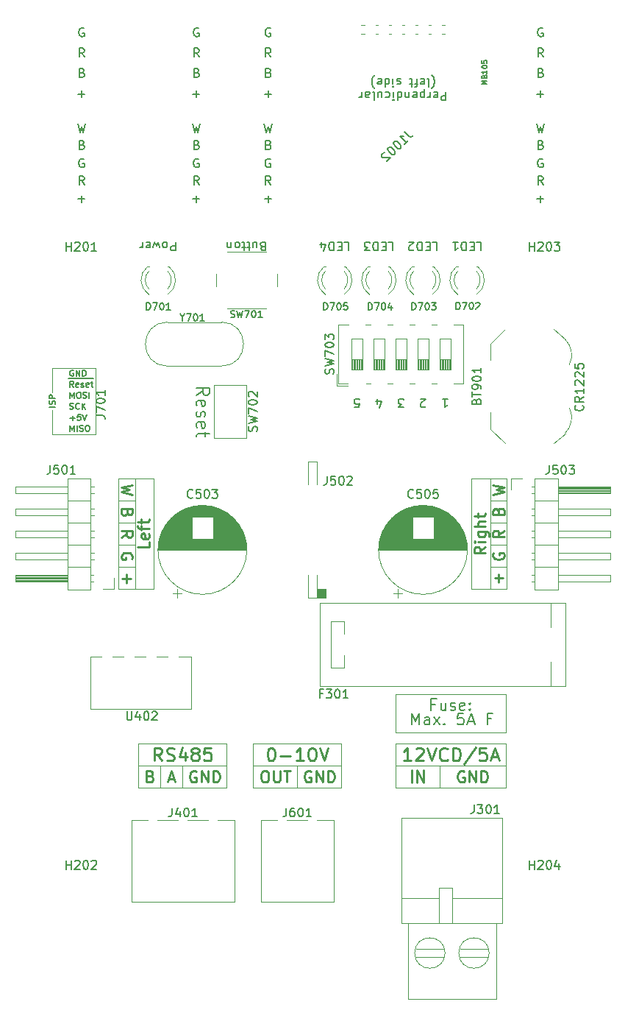
<source format=gto>
G04 #@! TF.GenerationSoftware,KiCad,Pcbnew,5.1.12-84ad8e8a86~92~ubuntu16.04.1*
G04 #@! TF.CreationDate,2022-11-17T21:27:21+01:00*
G04 #@! TF.ProjectId,LedBar,4c656442-6172-42e6-9b69-6361645f7063,rev?*
G04 #@! TF.SameCoordinates,Original*
G04 #@! TF.FileFunction,Legend,Top*
G04 #@! TF.FilePolarity,Positive*
%FSLAX46Y46*%
G04 Gerber Fmt 4.6, Leading zero omitted, Abs format (unit mm)*
G04 Created by KiCad (PCBNEW 5.1.12-84ad8e8a86~92~ubuntu16.04.1) date 2022-11-17 21:27:21*
%MOMM*%
%LPD*%
G01*
G04 APERTURE LIST*
%ADD10C,0.200000*%
%ADD11C,0.150000*%
%ADD12C,0.120000*%
%ADD13C,0.240000*%
%ADD14C,0.250000*%
%ADD15C,0.100000*%
%ADD16C,0.130000*%
%ADD17O,1.350000X1.350000*%
%ADD18R,1.350000X1.350000*%
%ADD19O,4.050000X1.400000*%
%ADD20R,4.050000X1.400000*%
%ADD21C,3.200000*%
%ADD22C,2.000000*%
%ADD23C,0.800000*%
%ADD24R,1.070000X4.413000*%
%ADD25O,1.000000X1.000000*%
%ADD26R,1.000000X1.000000*%
%ADD27C,2.800000*%
%ADD28R,2.032000X1.070000*%
%ADD29C,4.300000*%
%ADD30C,3.000000*%
%ADD31C,1.500000*%
%ADD32R,1.500000X1.500000*%
%ADD33O,1.700000X1.700000*%
%ADD34R,1.700000X1.700000*%
%ADD35R,2.000000X2.000000*%
%ADD36C,1.800000*%
%ADD37R,1.800000X1.800000*%
%ADD38O,1.600000X1.600000*%
%ADD39R,1.600000X1.600000*%
%ADD40C,1.000000*%
%ADD41C,10.200000*%
%ADD42R,5.100000X2.500000*%
%ADD43R,4.050000X1.500000*%
%ADD44O,4.050000X1.500000*%
G04 APERTURE END LIST*
D10*
X145367142Y-72334428D02*
X145224285Y-72286809D01*
X145176666Y-72239190D01*
X145129047Y-72143952D01*
X145129047Y-72001095D01*
X145176666Y-71905857D01*
X145224285Y-71858238D01*
X145319523Y-71810619D01*
X145700476Y-71810619D01*
X145700476Y-72810619D01*
X145367142Y-72810619D01*
X145271904Y-72763000D01*
X145224285Y-72715380D01*
X145176666Y-72620142D01*
X145176666Y-72524904D01*
X145224285Y-72429666D01*
X145271904Y-72382047D01*
X145367142Y-72334428D01*
X145700476Y-72334428D01*
X144271904Y-72477285D02*
X144271904Y-71810619D01*
X144700476Y-72477285D02*
X144700476Y-71953476D01*
X144652857Y-71858238D01*
X144557619Y-71810619D01*
X144414761Y-71810619D01*
X144319523Y-71858238D01*
X144271904Y-71905857D01*
X143938571Y-72477285D02*
X143557619Y-72477285D01*
X143795714Y-72810619D02*
X143795714Y-71953476D01*
X143748095Y-71858238D01*
X143652857Y-71810619D01*
X143557619Y-71810619D01*
X143367142Y-72477285D02*
X142986190Y-72477285D01*
X143224285Y-72810619D02*
X143224285Y-71953476D01*
X143176666Y-71858238D01*
X143081428Y-71810619D01*
X142986190Y-71810619D01*
X142510000Y-71810619D02*
X142605238Y-71858238D01*
X142652857Y-71905857D01*
X142700476Y-72001095D01*
X142700476Y-72286809D01*
X142652857Y-72382047D01*
X142605238Y-72429666D01*
X142510000Y-72477285D01*
X142367142Y-72477285D01*
X142271904Y-72429666D01*
X142224285Y-72382047D01*
X142176666Y-72286809D01*
X142176666Y-72001095D01*
X142224285Y-71905857D01*
X142271904Y-71858238D01*
X142367142Y-71810619D01*
X142510000Y-71810619D01*
X141748095Y-72477285D02*
X141748095Y-71810619D01*
X141748095Y-72382047D02*
X141700476Y-72429666D01*
X141605238Y-72477285D01*
X141462380Y-72477285D01*
X141367142Y-72429666D01*
X141319523Y-72334428D01*
X141319523Y-71810619D01*
X135326190Y-71810619D02*
X135326190Y-72810619D01*
X134945238Y-72810619D01*
X134850000Y-72763000D01*
X134802380Y-72715380D01*
X134754761Y-72620142D01*
X134754761Y-72477285D01*
X134802380Y-72382047D01*
X134850000Y-72334428D01*
X134945238Y-72286809D01*
X135326190Y-72286809D01*
X134183333Y-71810619D02*
X134278571Y-71858238D01*
X134326190Y-71905857D01*
X134373809Y-72001095D01*
X134373809Y-72286809D01*
X134326190Y-72382047D01*
X134278571Y-72429666D01*
X134183333Y-72477285D01*
X134040476Y-72477285D01*
X133945238Y-72429666D01*
X133897619Y-72382047D01*
X133850000Y-72286809D01*
X133850000Y-72001095D01*
X133897619Y-71905857D01*
X133945238Y-71858238D01*
X134040476Y-71810619D01*
X134183333Y-71810619D01*
X133516666Y-72477285D02*
X133326190Y-71810619D01*
X133135714Y-72286809D01*
X132945238Y-71810619D01*
X132754761Y-72477285D01*
X131992857Y-71858238D02*
X132088095Y-71810619D01*
X132278571Y-71810619D01*
X132373809Y-71858238D01*
X132421428Y-71953476D01*
X132421428Y-72334428D01*
X132373809Y-72429666D01*
X132278571Y-72477285D01*
X132088095Y-72477285D01*
X131992857Y-72429666D01*
X131945238Y-72334428D01*
X131945238Y-72239190D01*
X132421428Y-72143952D01*
X131516666Y-71810619D02*
X131516666Y-72477285D01*
X131516666Y-72286809D02*
X131469047Y-72382047D01*
X131421428Y-72429666D01*
X131326190Y-72477285D01*
X131230952Y-72477285D01*
X154789047Y-71810619D02*
X155265238Y-71810619D01*
X155265238Y-72810619D01*
X154455714Y-72334428D02*
X154122380Y-72334428D01*
X153979523Y-71810619D02*
X154455714Y-71810619D01*
X154455714Y-72810619D01*
X153979523Y-72810619D01*
X153550952Y-71810619D02*
X153550952Y-72810619D01*
X153312857Y-72810619D01*
X153170000Y-72763000D01*
X153074761Y-72667761D01*
X153027142Y-72572523D01*
X152979523Y-72382047D01*
X152979523Y-72239190D01*
X153027142Y-72048714D01*
X153074761Y-71953476D01*
X153170000Y-71858238D01*
X153312857Y-71810619D01*
X153550952Y-71810619D01*
X152122380Y-72477285D02*
X152122380Y-71810619D01*
X152360476Y-72858238D02*
X152598571Y-72143952D01*
X151979523Y-72143952D01*
X159869047Y-71810619D02*
X160345238Y-71810619D01*
X160345238Y-72810619D01*
X159535714Y-72334428D02*
X159202380Y-72334428D01*
X159059523Y-71810619D02*
X159535714Y-71810619D01*
X159535714Y-72810619D01*
X159059523Y-72810619D01*
X158630952Y-71810619D02*
X158630952Y-72810619D01*
X158392857Y-72810619D01*
X158250000Y-72763000D01*
X158154761Y-72667761D01*
X158107142Y-72572523D01*
X158059523Y-72382047D01*
X158059523Y-72239190D01*
X158107142Y-72048714D01*
X158154761Y-71953476D01*
X158250000Y-71858238D01*
X158392857Y-71810619D01*
X158630952Y-71810619D01*
X157726190Y-72810619D02*
X157107142Y-72810619D01*
X157440476Y-72429666D01*
X157297619Y-72429666D01*
X157202380Y-72382047D01*
X157154761Y-72334428D01*
X157107142Y-72239190D01*
X157107142Y-72001095D01*
X157154761Y-71905857D01*
X157202380Y-71858238D01*
X157297619Y-71810619D01*
X157583333Y-71810619D01*
X157678571Y-71858238D01*
X157726190Y-71905857D01*
X170029047Y-71810619D02*
X170505238Y-71810619D01*
X170505238Y-72810619D01*
X169695714Y-72334428D02*
X169362380Y-72334428D01*
X169219523Y-71810619D02*
X169695714Y-71810619D01*
X169695714Y-72810619D01*
X169219523Y-72810619D01*
X168790952Y-71810619D02*
X168790952Y-72810619D01*
X168552857Y-72810619D01*
X168410000Y-72763000D01*
X168314761Y-72667761D01*
X168267142Y-72572523D01*
X168219523Y-72382047D01*
X168219523Y-72239190D01*
X168267142Y-72048714D01*
X168314761Y-71953476D01*
X168410000Y-71858238D01*
X168552857Y-71810619D01*
X168790952Y-71810619D01*
X167267142Y-71810619D02*
X167838571Y-71810619D01*
X167552857Y-71810619D02*
X167552857Y-72810619D01*
X167648095Y-72667761D01*
X167743333Y-72572523D01*
X167838571Y-72524904D01*
X164949047Y-71810619D02*
X165425238Y-71810619D01*
X165425238Y-72810619D01*
X164615714Y-72334428D02*
X164282380Y-72334428D01*
X164139523Y-71810619D02*
X164615714Y-71810619D01*
X164615714Y-72810619D01*
X164139523Y-72810619D01*
X163710952Y-71810619D02*
X163710952Y-72810619D01*
X163472857Y-72810619D01*
X163330000Y-72763000D01*
X163234761Y-72667761D01*
X163187142Y-72572523D01*
X163139523Y-72382047D01*
X163139523Y-72239190D01*
X163187142Y-72048714D01*
X163234761Y-71953476D01*
X163330000Y-71858238D01*
X163472857Y-71810619D01*
X163710952Y-71810619D01*
X162758571Y-72715380D02*
X162710952Y-72763000D01*
X162615714Y-72810619D01*
X162377619Y-72810619D01*
X162282380Y-72763000D01*
X162234761Y-72715380D01*
X162187142Y-72620142D01*
X162187142Y-72524904D01*
X162234761Y-72382047D01*
X162806190Y-71810619D01*
X162187142Y-71810619D01*
X155971904Y-90844619D02*
X156448095Y-90844619D01*
X156495714Y-90368428D01*
X156448095Y-90416047D01*
X156352857Y-90463666D01*
X156114761Y-90463666D01*
X156019523Y-90416047D01*
X155971904Y-90368428D01*
X155924285Y-90273190D01*
X155924285Y-90035095D01*
X155971904Y-89939857D01*
X156019523Y-89892238D01*
X156114761Y-89844619D01*
X156352857Y-89844619D01*
X156448095Y-89892238D01*
X156495714Y-89939857D01*
X158559523Y-90511285D02*
X158559523Y-89844619D01*
X158797619Y-90892238D02*
X159035714Y-90177952D01*
X158416666Y-90177952D01*
X161623333Y-90844619D02*
X161004285Y-90844619D01*
X161337619Y-90463666D01*
X161194761Y-90463666D01*
X161099523Y-90416047D01*
X161051904Y-90368428D01*
X161004285Y-90273190D01*
X161004285Y-90035095D01*
X161051904Y-89939857D01*
X161099523Y-89892238D01*
X161194761Y-89844619D01*
X161480476Y-89844619D01*
X161575714Y-89892238D01*
X161623333Y-89939857D01*
X164115714Y-90749380D02*
X164068095Y-90797000D01*
X163972857Y-90844619D01*
X163734761Y-90844619D01*
X163639523Y-90797000D01*
X163591904Y-90749380D01*
X163544285Y-90654142D01*
X163544285Y-90558904D01*
X163591904Y-90416047D01*
X164163333Y-89844619D01*
X163544285Y-89844619D01*
X166084285Y-89844619D02*
X166655714Y-89844619D01*
X166370000Y-89844619D02*
X166370000Y-90844619D01*
X166465238Y-90701761D01*
X166560476Y-90606523D01*
X166655714Y-90558904D01*
D11*
X166472571Y-54538619D02*
X166472571Y-55538619D01*
X166091619Y-55538619D01*
X165996380Y-55491000D01*
X165948761Y-55443380D01*
X165901142Y-55348142D01*
X165901142Y-55205285D01*
X165948761Y-55110047D01*
X165996380Y-55062428D01*
X166091619Y-55014809D01*
X166472571Y-55014809D01*
X165091619Y-54586238D02*
X165186857Y-54538619D01*
X165377333Y-54538619D01*
X165472571Y-54586238D01*
X165520190Y-54681476D01*
X165520190Y-55062428D01*
X165472571Y-55157666D01*
X165377333Y-55205285D01*
X165186857Y-55205285D01*
X165091619Y-55157666D01*
X165044000Y-55062428D01*
X165044000Y-54967190D01*
X165520190Y-54871952D01*
X164615428Y-54538619D02*
X164615428Y-55205285D01*
X164615428Y-55014809D02*
X164567809Y-55110047D01*
X164520190Y-55157666D01*
X164424952Y-55205285D01*
X164329714Y-55205285D01*
X163996380Y-55205285D02*
X163996380Y-54205285D01*
X163996380Y-55157666D02*
X163901142Y-55205285D01*
X163710666Y-55205285D01*
X163615428Y-55157666D01*
X163567809Y-55110047D01*
X163520190Y-55014809D01*
X163520190Y-54729095D01*
X163567809Y-54633857D01*
X163615428Y-54586238D01*
X163710666Y-54538619D01*
X163901142Y-54538619D01*
X163996380Y-54586238D01*
X162710666Y-54586238D02*
X162805904Y-54538619D01*
X162996380Y-54538619D01*
X163091619Y-54586238D01*
X163139238Y-54681476D01*
X163139238Y-55062428D01*
X163091619Y-55157666D01*
X162996380Y-55205285D01*
X162805904Y-55205285D01*
X162710666Y-55157666D01*
X162663047Y-55062428D01*
X162663047Y-54967190D01*
X163139238Y-54871952D01*
X162234476Y-55205285D02*
X162234476Y-54538619D01*
X162234476Y-55110047D02*
X162186857Y-55157666D01*
X162091619Y-55205285D01*
X161948761Y-55205285D01*
X161853523Y-55157666D01*
X161805904Y-55062428D01*
X161805904Y-54538619D01*
X160901142Y-54538619D02*
X160901142Y-55538619D01*
X160901142Y-54586238D02*
X160996380Y-54538619D01*
X161186857Y-54538619D01*
X161282095Y-54586238D01*
X161329714Y-54633857D01*
X161377333Y-54729095D01*
X161377333Y-55014809D01*
X161329714Y-55110047D01*
X161282095Y-55157666D01*
X161186857Y-55205285D01*
X160996380Y-55205285D01*
X160901142Y-55157666D01*
X160424952Y-54538619D02*
X160424952Y-55205285D01*
X160424952Y-55538619D02*
X160472571Y-55491000D01*
X160424952Y-55443380D01*
X160377333Y-55491000D01*
X160424952Y-55538619D01*
X160424952Y-55443380D01*
X159520190Y-54586238D02*
X159615428Y-54538619D01*
X159805904Y-54538619D01*
X159901142Y-54586238D01*
X159948761Y-54633857D01*
X159996380Y-54729095D01*
X159996380Y-55014809D01*
X159948761Y-55110047D01*
X159901142Y-55157666D01*
X159805904Y-55205285D01*
X159615428Y-55205285D01*
X159520190Y-55157666D01*
X158663047Y-55205285D02*
X158663047Y-54538619D01*
X159091619Y-55205285D02*
X159091619Y-54681476D01*
X159044000Y-54586238D01*
X158948761Y-54538619D01*
X158805904Y-54538619D01*
X158710666Y-54586238D01*
X158663047Y-54633857D01*
X158044000Y-54538619D02*
X158139238Y-54586238D01*
X158186857Y-54681476D01*
X158186857Y-55538619D01*
X157234476Y-54538619D02*
X157234476Y-55062428D01*
X157282095Y-55157666D01*
X157377333Y-55205285D01*
X157567809Y-55205285D01*
X157663047Y-55157666D01*
X157234476Y-54586238D02*
X157329714Y-54538619D01*
X157567809Y-54538619D01*
X157663047Y-54586238D01*
X157710666Y-54681476D01*
X157710666Y-54776714D01*
X157663047Y-54871952D01*
X157567809Y-54919571D01*
X157329714Y-54919571D01*
X157234476Y-54967190D01*
X156758285Y-54538619D02*
X156758285Y-55205285D01*
X156758285Y-55014809D02*
X156710666Y-55110047D01*
X156663047Y-55157666D01*
X156567809Y-55205285D01*
X156472571Y-55205285D01*
X164853523Y-52633666D02*
X164901142Y-52681285D01*
X164996380Y-52824142D01*
X165044000Y-52919380D01*
X165091619Y-53062238D01*
X165139238Y-53300333D01*
X165139238Y-53490809D01*
X165091619Y-53728904D01*
X165044000Y-53871761D01*
X164996380Y-53967000D01*
X164901142Y-54109857D01*
X164853523Y-54157476D01*
X164329714Y-53014619D02*
X164424952Y-53062238D01*
X164472571Y-53157476D01*
X164472571Y-54014619D01*
X163567809Y-53062238D02*
X163663047Y-53014619D01*
X163853523Y-53014619D01*
X163948761Y-53062238D01*
X163996380Y-53157476D01*
X163996380Y-53538428D01*
X163948761Y-53633666D01*
X163853523Y-53681285D01*
X163663047Y-53681285D01*
X163567809Y-53633666D01*
X163520190Y-53538428D01*
X163520190Y-53443190D01*
X163996380Y-53347952D01*
X163234476Y-53681285D02*
X162853523Y-53681285D01*
X163091619Y-53014619D02*
X163091619Y-53871761D01*
X163044000Y-53967000D01*
X162948761Y-54014619D01*
X162853523Y-54014619D01*
X162663047Y-53681285D02*
X162282095Y-53681285D01*
X162520190Y-54014619D02*
X162520190Y-53157476D01*
X162472571Y-53062238D01*
X162377333Y-53014619D01*
X162282095Y-53014619D01*
X161234476Y-53062238D02*
X161139238Y-53014619D01*
X160948761Y-53014619D01*
X160853523Y-53062238D01*
X160805904Y-53157476D01*
X160805904Y-53205095D01*
X160853523Y-53300333D01*
X160948761Y-53347952D01*
X161091619Y-53347952D01*
X161186857Y-53395571D01*
X161234476Y-53490809D01*
X161234476Y-53538428D01*
X161186857Y-53633666D01*
X161091619Y-53681285D01*
X160948761Y-53681285D01*
X160853523Y-53633666D01*
X160377333Y-53014619D02*
X160377333Y-53681285D01*
X160377333Y-54014619D02*
X160424952Y-53967000D01*
X160377333Y-53919380D01*
X160329714Y-53967000D01*
X160377333Y-54014619D01*
X160377333Y-53919380D01*
X159472571Y-53014619D02*
X159472571Y-54014619D01*
X159472571Y-53062238D02*
X159567809Y-53014619D01*
X159758285Y-53014619D01*
X159853523Y-53062238D01*
X159901142Y-53109857D01*
X159948761Y-53205095D01*
X159948761Y-53490809D01*
X159901142Y-53586047D01*
X159853523Y-53633666D01*
X159758285Y-53681285D01*
X159567809Y-53681285D01*
X159472571Y-53633666D01*
X158615428Y-53062238D02*
X158710666Y-53014619D01*
X158901142Y-53014619D01*
X158996380Y-53062238D01*
X159044000Y-53157476D01*
X159044000Y-53538428D01*
X158996380Y-53633666D01*
X158901142Y-53681285D01*
X158710666Y-53681285D01*
X158615428Y-53633666D01*
X158567809Y-53538428D01*
X158567809Y-53443190D01*
X159044000Y-53347952D01*
X158234476Y-52633666D02*
X158186857Y-52681285D01*
X158091619Y-52824142D01*
X158044000Y-52919380D01*
X157996380Y-53062238D01*
X157948761Y-53300333D01*
X157948761Y-53490809D01*
X157996380Y-53728904D01*
X158044000Y-53871761D01*
X158091619Y-53967000D01*
X158186857Y-54109857D01*
X158234476Y-54157476D01*
D12*
X173482000Y-109220000D02*
X171577000Y-109220000D01*
X169418000Y-99060000D02*
X169418000Y-111760000D01*
X173482000Y-99060000D02*
X169418000Y-99060000D01*
X173482000Y-101600000D02*
X171577000Y-101600000D01*
X173482000Y-104140000D02*
X171577000Y-104140000D01*
X171577000Y-111760000D02*
X171577000Y-99060000D01*
X173482000Y-111760000D02*
X173482000Y-99060000D01*
X173482000Y-106680000D02*
X171577000Y-106680000D01*
X169418000Y-111760000D02*
X173482000Y-111760000D01*
X128778000Y-101600000D02*
X130683000Y-101600000D01*
X128778000Y-104140000D02*
X130683000Y-104140000D01*
X128778000Y-106680000D02*
X130683000Y-106680000D01*
X128778000Y-109220000D02*
X130683000Y-109220000D01*
X130683000Y-99060000D02*
X130683000Y-111760000D01*
X132842000Y-99060000D02*
X128778000Y-99060000D01*
X132842000Y-111760000D02*
X132842000Y-99060000D01*
X128778000Y-111760000D02*
X132842000Y-111760000D01*
X128778000Y-99060000D02*
X128778000Y-111760000D01*
D10*
X165209761Y-125002142D02*
X164776428Y-125002142D01*
X164776428Y-125683095D02*
X164776428Y-124383095D01*
X165395476Y-124383095D01*
X166447857Y-124816428D02*
X166447857Y-125683095D01*
X165890714Y-124816428D02*
X165890714Y-125497380D01*
X165952619Y-125621190D01*
X166076428Y-125683095D01*
X166262142Y-125683095D01*
X166385952Y-125621190D01*
X166447857Y-125559285D01*
X167005000Y-125621190D02*
X167128809Y-125683095D01*
X167376428Y-125683095D01*
X167500238Y-125621190D01*
X167562142Y-125497380D01*
X167562142Y-125435476D01*
X167500238Y-125311666D01*
X167376428Y-125249761D01*
X167190714Y-125249761D01*
X167066904Y-125187857D01*
X167005000Y-125064047D01*
X167005000Y-125002142D01*
X167066904Y-124878333D01*
X167190714Y-124816428D01*
X167376428Y-124816428D01*
X167500238Y-124878333D01*
X168614523Y-125621190D02*
X168490714Y-125683095D01*
X168243095Y-125683095D01*
X168119285Y-125621190D01*
X168057380Y-125497380D01*
X168057380Y-125002142D01*
X168119285Y-124878333D01*
X168243095Y-124816428D01*
X168490714Y-124816428D01*
X168614523Y-124878333D01*
X168676428Y-125002142D01*
X168676428Y-125125952D01*
X168057380Y-125249761D01*
X169233571Y-125559285D02*
X169295476Y-125621190D01*
X169233571Y-125683095D01*
X169171666Y-125621190D01*
X169233571Y-125559285D01*
X169233571Y-125683095D01*
X169233571Y-124878333D02*
X169295476Y-124940238D01*
X169233571Y-125002142D01*
X169171666Y-124940238D01*
X169233571Y-124878333D01*
X169233571Y-125002142D01*
D13*
X172558857Y-110985238D02*
X172558857Y-109994761D01*
X173054095Y-110490000D02*
X172063619Y-110490000D01*
X171943000Y-107609523D02*
X171881095Y-107733333D01*
X171881095Y-107919047D01*
X171943000Y-108104761D01*
X172066809Y-108228571D01*
X172190619Y-108290476D01*
X172438238Y-108352380D01*
X172623952Y-108352380D01*
X172871571Y-108290476D01*
X172995380Y-108228571D01*
X173119190Y-108104761D01*
X173181095Y-107919047D01*
X173181095Y-107795238D01*
X173119190Y-107609523D01*
X173057285Y-107547619D01*
X172623952Y-107547619D01*
X172623952Y-107795238D01*
X173181095Y-105007619D02*
X172562047Y-105440952D01*
X173181095Y-105750476D02*
X171881095Y-105750476D01*
X171881095Y-105255238D01*
X171943000Y-105131428D01*
X172004904Y-105069523D01*
X172128714Y-105007619D01*
X172314428Y-105007619D01*
X172438238Y-105069523D01*
X172500142Y-105131428D01*
X172562047Y-105255238D01*
X172562047Y-105750476D01*
X172500142Y-102777142D02*
X172562047Y-102591428D01*
X172623952Y-102529523D01*
X172747761Y-102467619D01*
X172933476Y-102467619D01*
X173057285Y-102529523D01*
X173119190Y-102591428D01*
X173181095Y-102715238D01*
X173181095Y-103210476D01*
X171881095Y-103210476D01*
X171881095Y-102777142D01*
X171943000Y-102653333D01*
X172004904Y-102591428D01*
X172128714Y-102529523D01*
X172252523Y-102529523D01*
X172376333Y-102591428D01*
X172438238Y-102653333D01*
X172500142Y-102777142D01*
X172500142Y-103210476D01*
X171881095Y-100887142D02*
X173181095Y-100577619D01*
X172252523Y-100330000D01*
X173181095Y-100082380D01*
X171881095Y-99772857D01*
X129701142Y-110058261D02*
X129701142Y-111048738D01*
X129205904Y-110553500D02*
X130196380Y-110553500D01*
X130317000Y-108290476D02*
X130378904Y-108166666D01*
X130378904Y-107980952D01*
X130317000Y-107795238D01*
X130193190Y-107671428D01*
X130069380Y-107609523D01*
X129821761Y-107547619D01*
X129636047Y-107547619D01*
X129388428Y-107609523D01*
X129264619Y-107671428D01*
X129140809Y-107795238D01*
X129078904Y-107980952D01*
X129078904Y-108104761D01*
X129140809Y-108290476D01*
X129202714Y-108352380D01*
X129636047Y-108352380D01*
X129636047Y-108104761D01*
X129078904Y-105812380D02*
X129697952Y-105379047D01*
X129078904Y-105069523D02*
X130378904Y-105069523D01*
X130378904Y-105564761D01*
X130317000Y-105688571D01*
X130255095Y-105750476D01*
X130131285Y-105812380D01*
X129945571Y-105812380D01*
X129821761Y-105750476D01*
X129759857Y-105688571D01*
X129697952Y-105564761D01*
X129697952Y-105069523D01*
X129759857Y-102962857D02*
X129697952Y-103148571D01*
X129636047Y-103210476D01*
X129512238Y-103272380D01*
X129326523Y-103272380D01*
X129202714Y-103210476D01*
X129140809Y-103148571D01*
X129078904Y-103024761D01*
X129078904Y-102529523D01*
X130378904Y-102529523D01*
X130378904Y-102962857D01*
X130317000Y-103086666D01*
X130255095Y-103148571D01*
X130131285Y-103210476D01*
X130007476Y-103210476D01*
X129883666Y-103148571D01*
X129821761Y-103086666D01*
X129759857Y-102962857D01*
X129759857Y-102529523D01*
X130378904Y-99772857D02*
X129078904Y-100082380D01*
X130007476Y-100330000D01*
X129078904Y-100577619D01*
X130378904Y-100887142D01*
D10*
X182221142Y-90614238D02*
X182268761Y-90661857D01*
X182316380Y-90804714D01*
X182316380Y-90899952D01*
X182268761Y-91042809D01*
X182173523Y-91138047D01*
X182078285Y-91185666D01*
X181887809Y-91233285D01*
X181744952Y-91233285D01*
X181554476Y-91185666D01*
X181459238Y-91138047D01*
X181364000Y-91042809D01*
X181316380Y-90899952D01*
X181316380Y-90804714D01*
X181364000Y-90661857D01*
X181411619Y-90614238D01*
X182316380Y-89614238D02*
X181840190Y-89947571D01*
X182316380Y-90185666D02*
X181316380Y-90185666D01*
X181316380Y-89804714D01*
X181364000Y-89709476D01*
X181411619Y-89661857D01*
X181506857Y-89614238D01*
X181649714Y-89614238D01*
X181744952Y-89661857D01*
X181792571Y-89709476D01*
X181840190Y-89804714D01*
X181840190Y-90185666D01*
X182316380Y-88661857D02*
X182316380Y-89233285D01*
X182316380Y-88947571D02*
X181316380Y-88947571D01*
X181459238Y-89042809D01*
X181554476Y-89138047D01*
X181602095Y-89233285D01*
X181411619Y-88280904D02*
X181364000Y-88233285D01*
X181316380Y-88138047D01*
X181316380Y-87899952D01*
X181364000Y-87804714D01*
X181411619Y-87757095D01*
X181506857Y-87709476D01*
X181602095Y-87709476D01*
X181744952Y-87757095D01*
X182316380Y-88328523D01*
X182316380Y-87709476D01*
X181411619Y-87328523D02*
X181364000Y-87280904D01*
X181316380Y-87185666D01*
X181316380Y-86947571D01*
X181364000Y-86852333D01*
X181411619Y-86804714D01*
X181506857Y-86757095D01*
X181602095Y-86757095D01*
X181744952Y-86804714D01*
X182316380Y-87376142D01*
X182316380Y-86757095D01*
X181316380Y-85852333D02*
X181316380Y-86328523D01*
X181792571Y-86376142D01*
X181744952Y-86328523D01*
X181697333Y-86233285D01*
X181697333Y-85995190D01*
X181744952Y-85899952D01*
X181792571Y-85852333D01*
X181887809Y-85804714D01*
X182125904Y-85804714D01*
X182221142Y-85852333D01*
X182268761Y-85899952D01*
X182316380Y-85995190D01*
X182316380Y-86233285D01*
X182268761Y-86328523D01*
X182221142Y-86376142D01*
D12*
X160655000Y-128270000D02*
X160655000Y-123825000D01*
X173355000Y-128270000D02*
X160655000Y-128270000D01*
X173355000Y-123825000D02*
X173355000Y-128270000D01*
X160655000Y-123825000D02*
X173355000Y-123825000D01*
X165735000Y-132080000D02*
X165735000Y-134620000D01*
X160655000Y-132080000D02*
X173355000Y-132080000D01*
X160655000Y-134620000D02*
X160655000Y-129540000D01*
X173355000Y-134620000D02*
X160655000Y-134620000D01*
X173355000Y-129540000D02*
X173355000Y-134620000D01*
X160655000Y-129540000D02*
X173355000Y-129540000D01*
D13*
X162514047Y-133983333D02*
X162514047Y-132583333D01*
X163133095Y-133983333D02*
X163133095Y-132583333D01*
X163875952Y-133983333D01*
X163875952Y-132583333D01*
X168554523Y-132700000D02*
X168430714Y-132638095D01*
X168245000Y-132638095D01*
X168059285Y-132700000D01*
X167935476Y-132823809D01*
X167873571Y-132947619D01*
X167811666Y-133195238D01*
X167811666Y-133380952D01*
X167873571Y-133628571D01*
X167935476Y-133752380D01*
X168059285Y-133876190D01*
X168245000Y-133938095D01*
X168368809Y-133938095D01*
X168554523Y-133876190D01*
X168616428Y-133814285D01*
X168616428Y-133380952D01*
X168368809Y-133380952D01*
X169173571Y-133938095D02*
X169173571Y-132638095D01*
X169916428Y-133938095D01*
X169916428Y-132638095D01*
X170535476Y-133938095D02*
X170535476Y-132638095D01*
X170845000Y-132638095D01*
X171030714Y-132700000D01*
X171154523Y-132823809D01*
X171216428Y-132947619D01*
X171278333Y-133195238D01*
X171278333Y-133380952D01*
X171216428Y-133628571D01*
X171154523Y-133752380D01*
X171030714Y-133876190D01*
X170845000Y-133938095D01*
X170535476Y-133938095D01*
D12*
X149352000Y-132080000D02*
X149352000Y-134620000D01*
X154432000Y-132080000D02*
X149352000Y-132080000D01*
X144272000Y-132080000D02*
X154432000Y-132080000D01*
X154432000Y-134620000D02*
X144272000Y-134620000D01*
X154432000Y-129540000D02*
X154432000Y-134620000D01*
X144272000Y-129540000D02*
X154432000Y-129540000D01*
X144272000Y-134620000D02*
X144272000Y-129540000D01*
D13*
X145512000Y-132638095D02*
X145759619Y-132638095D01*
X145883428Y-132700000D01*
X146007238Y-132823809D01*
X146069142Y-133071428D01*
X146069142Y-133504761D01*
X146007238Y-133752380D01*
X145883428Y-133876190D01*
X145759619Y-133938095D01*
X145512000Y-133938095D01*
X145388190Y-133876190D01*
X145264380Y-133752380D01*
X145202476Y-133504761D01*
X145202476Y-133071428D01*
X145264380Y-132823809D01*
X145388190Y-132700000D01*
X145512000Y-132638095D01*
X146626285Y-132638095D02*
X146626285Y-133690476D01*
X146688190Y-133814285D01*
X146750095Y-133876190D01*
X146873904Y-133938095D01*
X147121523Y-133938095D01*
X147245333Y-133876190D01*
X147307238Y-133814285D01*
X147369142Y-133690476D01*
X147369142Y-132638095D01*
X147802476Y-132638095D02*
X148545333Y-132638095D01*
X148173904Y-133938095D02*
X148173904Y-132638095D01*
X150901523Y-132700000D02*
X150777714Y-132638095D01*
X150592000Y-132638095D01*
X150406285Y-132700000D01*
X150282476Y-132823809D01*
X150220571Y-132947619D01*
X150158666Y-133195238D01*
X150158666Y-133380952D01*
X150220571Y-133628571D01*
X150282476Y-133752380D01*
X150406285Y-133876190D01*
X150592000Y-133938095D01*
X150715809Y-133938095D01*
X150901523Y-133876190D01*
X150963428Y-133814285D01*
X150963428Y-133380952D01*
X150715809Y-133380952D01*
X151520571Y-133938095D02*
X151520571Y-132638095D01*
X152263428Y-133938095D01*
X152263428Y-132638095D01*
X152882476Y-133938095D02*
X152882476Y-132638095D01*
X153192000Y-132638095D01*
X153377714Y-132700000D01*
X153501523Y-132823809D01*
X153563428Y-132947619D01*
X153625333Y-133195238D01*
X153625333Y-133380952D01*
X153563428Y-133628571D01*
X153501523Y-133752380D01*
X153377714Y-133876190D01*
X153192000Y-133938095D01*
X152882476Y-133938095D01*
D12*
X133604000Y-132080000D02*
X133604000Y-134620000D01*
X136144000Y-132080000D02*
X136144000Y-134620000D01*
X131064000Y-132080000D02*
X141224000Y-132080000D01*
X131064000Y-129540000D02*
X131064000Y-134620000D01*
X141224000Y-129540000D02*
X131064000Y-129540000D01*
X141224000Y-134620000D02*
X141224000Y-129540000D01*
X131064000Y-134620000D02*
X141224000Y-134620000D01*
D13*
X134564476Y-133566666D02*
X135183523Y-133566666D01*
X134440666Y-133938095D02*
X134874000Y-132638095D01*
X135307333Y-133938095D01*
X137693523Y-132700000D02*
X137569714Y-132638095D01*
X137384000Y-132638095D01*
X137198285Y-132700000D01*
X137074476Y-132823809D01*
X137012571Y-132947619D01*
X136950666Y-133195238D01*
X136950666Y-133380952D01*
X137012571Y-133628571D01*
X137074476Y-133752380D01*
X137198285Y-133876190D01*
X137384000Y-133938095D01*
X137507809Y-133938095D01*
X137693523Y-133876190D01*
X137755428Y-133814285D01*
X137755428Y-133380952D01*
X137507809Y-133380952D01*
X138312571Y-133938095D02*
X138312571Y-132638095D01*
X139055428Y-133938095D01*
X139055428Y-132638095D01*
X139674476Y-133938095D02*
X139674476Y-132638095D01*
X139984000Y-132638095D01*
X140169714Y-132700000D01*
X140293523Y-132823809D01*
X140355428Y-132947619D01*
X140417333Y-133195238D01*
X140417333Y-133380952D01*
X140355428Y-133628571D01*
X140293523Y-133752380D01*
X140169714Y-133876190D01*
X139984000Y-133938095D01*
X139674476Y-133938095D01*
X132426857Y-133257142D02*
X132612571Y-133319047D01*
X132674476Y-133380952D01*
X132736380Y-133504761D01*
X132736380Y-133690476D01*
X132674476Y-133814285D01*
X132612571Y-133876190D01*
X132488761Y-133938095D01*
X131993523Y-133938095D01*
X131993523Y-132638095D01*
X132426857Y-132638095D01*
X132550666Y-132700000D01*
X132612571Y-132761904D01*
X132674476Y-132885714D01*
X132674476Y-133009523D01*
X132612571Y-133133333D01*
X132550666Y-133195238D01*
X132426857Y-133257142D01*
X131993523Y-133257142D01*
D14*
X162433571Y-131488571D02*
X161576428Y-131488571D01*
X162005000Y-131488571D02*
X162005000Y-129988571D01*
X161862142Y-130202857D01*
X161719285Y-130345714D01*
X161576428Y-130417142D01*
X163005000Y-130131428D02*
X163076428Y-130060000D01*
X163219285Y-129988571D01*
X163576428Y-129988571D01*
X163719285Y-130060000D01*
X163790714Y-130131428D01*
X163862142Y-130274285D01*
X163862142Y-130417142D01*
X163790714Y-130631428D01*
X162933571Y-131488571D01*
X163862142Y-131488571D01*
X164290714Y-129988571D02*
X164790714Y-131488571D01*
X165290714Y-129988571D01*
X166647857Y-131345714D02*
X166576428Y-131417142D01*
X166362142Y-131488571D01*
X166219285Y-131488571D01*
X166005000Y-131417142D01*
X165862142Y-131274285D01*
X165790714Y-131131428D01*
X165719285Y-130845714D01*
X165719285Y-130631428D01*
X165790714Y-130345714D01*
X165862142Y-130202857D01*
X166005000Y-130060000D01*
X166219285Y-129988571D01*
X166362142Y-129988571D01*
X166576428Y-130060000D01*
X166647857Y-130131428D01*
X167290714Y-131488571D02*
X167290714Y-129988571D01*
X167647857Y-129988571D01*
X167862142Y-130060000D01*
X168005000Y-130202857D01*
X168076428Y-130345714D01*
X168147857Y-130631428D01*
X168147857Y-130845714D01*
X168076428Y-131131428D01*
X168005000Y-131274285D01*
X167862142Y-131417142D01*
X167647857Y-131488571D01*
X167290714Y-131488571D01*
X169862142Y-129917142D02*
X168576428Y-131845714D01*
X171076428Y-129988571D02*
X170362142Y-129988571D01*
X170290714Y-130702857D01*
X170362142Y-130631428D01*
X170505000Y-130560000D01*
X170862142Y-130560000D01*
X171005000Y-130631428D01*
X171076428Y-130702857D01*
X171147857Y-130845714D01*
X171147857Y-131202857D01*
X171076428Y-131345714D01*
X171005000Y-131417142D01*
X170862142Y-131488571D01*
X170505000Y-131488571D01*
X170362142Y-131417142D01*
X170290714Y-131345714D01*
X171719285Y-131060000D02*
X172433571Y-131060000D01*
X171576428Y-131488571D02*
X172076428Y-129988571D01*
X172576428Y-131488571D01*
X146280571Y-129988571D02*
X146423428Y-129988571D01*
X146566285Y-130060000D01*
X146637714Y-130131428D01*
X146709142Y-130274285D01*
X146780571Y-130560000D01*
X146780571Y-130917142D01*
X146709142Y-131202857D01*
X146637714Y-131345714D01*
X146566285Y-131417142D01*
X146423428Y-131488571D01*
X146280571Y-131488571D01*
X146137714Y-131417142D01*
X146066285Y-131345714D01*
X145994857Y-131202857D01*
X145923428Y-130917142D01*
X145923428Y-130560000D01*
X145994857Y-130274285D01*
X146066285Y-130131428D01*
X146137714Y-130060000D01*
X146280571Y-129988571D01*
X147423428Y-130917142D02*
X148566285Y-130917142D01*
X150066285Y-131488571D02*
X149209142Y-131488571D01*
X149637714Y-131488571D02*
X149637714Y-129988571D01*
X149494857Y-130202857D01*
X149352000Y-130345714D01*
X149209142Y-130417142D01*
X150994857Y-129988571D02*
X151137714Y-129988571D01*
X151280571Y-130060000D01*
X151352000Y-130131428D01*
X151423428Y-130274285D01*
X151494857Y-130560000D01*
X151494857Y-130917142D01*
X151423428Y-131202857D01*
X151352000Y-131345714D01*
X151280571Y-131417142D01*
X151137714Y-131488571D01*
X150994857Y-131488571D01*
X150852000Y-131417142D01*
X150780571Y-131345714D01*
X150709142Y-131202857D01*
X150637714Y-130917142D01*
X150637714Y-130560000D01*
X150709142Y-130274285D01*
X150780571Y-130131428D01*
X150852000Y-130060000D01*
X150994857Y-129988571D01*
X151923428Y-129988571D02*
X152423428Y-131488571D01*
X152923428Y-129988571D01*
X133751142Y-131488571D02*
X133251142Y-130774285D01*
X132894000Y-131488571D02*
X132894000Y-129988571D01*
X133465428Y-129988571D01*
X133608285Y-130060000D01*
X133679714Y-130131428D01*
X133751142Y-130274285D01*
X133751142Y-130488571D01*
X133679714Y-130631428D01*
X133608285Y-130702857D01*
X133465428Y-130774285D01*
X132894000Y-130774285D01*
X134322571Y-131417142D02*
X134536857Y-131488571D01*
X134894000Y-131488571D01*
X135036857Y-131417142D01*
X135108285Y-131345714D01*
X135179714Y-131202857D01*
X135179714Y-131060000D01*
X135108285Y-130917142D01*
X135036857Y-130845714D01*
X134894000Y-130774285D01*
X134608285Y-130702857D01*
X134465428Y-130631428D01*
X134394000Y-130560000D01*
X134322571Y-130417142D01*
X134322571Y-130274285D01*
X134394000Y-130131428D01*
X134465428Y-130060000D01*
X134608285Y-129988571D01*
X134965428Y-129988571D01*
X135179714Y-130060000D01*
X136465428Y-130488571D02*
X136465428Y-131488571D01*
X136108285Y-129917142D02*
X135751142Y-130988571D01*
X136679714Y-130988571D01*
X137465428Y-130631428D02*
X137322571Y-130560000D01*
X137251142Y-130488571D01*
X137179714Y-130345714D01*
X137179714Y-130274285D01*
X137251142Y-130131428D01*
X137322571Y-130060000D01*
X137465428Y-129988571D01*
X137751142Y-129988571D01*
X137894000Y-130060000D01*
X137965428Y-130131428D01*
X138036857Y-130274285D01*
X138036857Y-130345714D01*
X137965428Y-130488571D01*
X137894000Y-130560000D01*
X137751142Y-130631428D01*
X137465428Y-130631428D01*
X137322571Y-130702857D01*
X137251142Y-130774285D01*
X137179714Y-130917142D01*
X137179714Y-131202857D01*
X137251142Y-131345714D01*
X137322571Y-131417142D01*
X137465428Y-131488571D01*
X137751142Y-131488571D01*
X137894000Y-131417142D01*
X137965428Y-131345714D01*
X138036857Y-131202857D01*
X138036857Y-130917142D01*
X137965428Y-130774285D01*
X137894000Y-130702857D01*
X137751142Y-130631428D01*
X139394000Y-129988571D02*
X138679714Y-129988571D01*
X138608285Y-130702857D01*
X138679714Y-130631428D01*
X138822571Y-130560000D01*
X139179714Y-130560000D01*
X139322571Y-130631428D01*
X139394000Y-130702857D01*
X139465428Y-130845714D01*
X139465428Y-131202857D01*
X139394000Y-131345714D01*
X139322571Y-131417142D01*
X139179714Y-131488571D01*
X138822571Y-131488571D01*
X138679714Y-131417142D01*
X138608285Y-131345714D01*
D10*
X137751428Y-89455857D02*
X138465714Y-88955857D01*
X137751428Y-88598714D02*
X139251428Y-88598714D01*
X139251428Y-89170142D01*
X139180000Y-89313000D01*
X139108571Y-89384428D01*
X138965714Y-89455857D01*
X138751428Y-89455857D01*
X138608571Y-89384428D01*
X138537142Y-89313000D01*
X138465714Y-89170142D01*
X138465714Y-88598714D01*
X137822857Y-90670142D02*
X137751428Y-90527285D01*
X137751428Y-90241571D01*
X137822857Y-90098714D01*
X137965714Y-90027285D01*
X138537142Y-90027285D01*
X138680000Y-90098714D01*
X138751428Y-90241571D01*
X138751428Y-90527285D01*
X138680000Y-90670142D01*
X138537142Y-90741571D01*
X138394285Y-90741571D01*
X138251428Y-90027285D01*
X137822857Y-91313000D02*
X137751428Y-91455857D01*
X137751428Y-91741571D01*
X137822857Y-91884428D01*
X137965714Y-91955857D01*
X138037142Y-91955857D01*
X138180000Y-91884428D01*
X138251428Y-91741571D01*
X138251428Y-91527285D01*
X138322857Y-91384428D01*
X138465714Y-91313000D01*
X138537142Y-91313000D01*
X138680000Y-91384428D01*
X138751428Y-91527285D01*
X138751428Y-91741571D01*
X138680000Y-91884428D01*
X137822857Y-93170142D02*
X137751428Y-93027285D01*
X137751428Y-92741571D01*
X137822857Y-92598714D01*
X137965714Y-92527285D01*
X138537142Y-92527285D01*
X138680000Y-92598714D01*
X138751428Y-92741571D01*
X138751428Y-93027285D01*
X138680000Y-93170142D01*
X138537142Y-93241571D01*
X138394285Y-93241571D01*
X138251428Y-92527285D01*
X138751428Y-93670142D02*
X138751428Y-94241571D01*
X139251428Y-93884428D02*
X137965714Y-93884428D01*
X137822857Y-93955857D01*
X137751428Y-94098714D01*
X137751428Y-94241571D01*
D12*
X137128000Y-119496000D02*
X125508000Y-119496000D01*
X137128000Y-125496000D02*
X125508000Y-125496000D01*
X125508000Y-125496000D02*
X125508000Y-119496000D01*
X137128000Y-125496000D02*
X137128000Y-119496000D01*
X156718000Y-47879000D02*
X157099000Y-47879000D01*
X158369000Y-47879000D02*
X158623000Y-47879000D01*
X159893000Y-47879000D02*
X160147000Y-47879000D01*
X161417000Y-47879000D02*
X161671000Y-47879000D01*
X162941000Y-47879000D02*
X163195000Y-47879000D01*
X164465000Y-47879000D02*
X164719000Y-47879000D01*
X165989000Y-47879000D02*
X166370000Y-47879000D01*
X165989000Y-46863000D02*
X166370000Y-46863000D01*
X164465000Y-46863000D02*
X164719000Y-46863000D01*
X162941000Y-46863000D02*
X163195000Y-46863000D01*
X161417000Y-46863000D02*
X161671000Y-46863000D01*
X159893000Y-46863000D02*
X160147000Y-46863000D01*
X158369000Y-46863000D02*
X158623000Y-46863000D01*
X156718000Y-46863000D02*
X157099000Y-46863000D01*
X121158000Y-89090500D02*
X121158000Y-86296500D01*
X121158000Y-86296500D02*
X126111000Y-86296500D01*
X126111000Y-86296500D02*
X126111000Y-93916500D01*
X126111000Y-93916500D02*
X121158000Y-93916500D01*
X121158000Y-93916500D02*
X121158000Y-91122500D01*
X153580000Y-147700000D02*
X153580000Y-138300000D01*
X145180000Y-147700000D02*
X145180000Y-138300000D01*
X153580000Y-147700000D02*
X145180000Y-147700000D01*
X145180000Y-138300000D02*
X153580000Y-138300000D01*
X150622000Y-97044000D02*
X151638000Y-97044000D01*
X151638000Y-97044000D02*
X151638000Y-99695000D01*
X150622000Y-99695000D02*
X150622000Y-97044000D01*
X150622000Y-112760000D02*
X150622000Y-110109000D01*
X151638000Y-112760000D02*
X150622000Y-112760000D01*
X151638000Y-110109000D02*
X151638000Y-112760000D01*
D15*
G36*
X151638000Y-111744000D02*
G01*
X152654000Y-111744000D01*
X152654000Y-112760000D01*
X151638000Y-112760000D01*
X151638000Y-111744000D01*
G37*
X151638000Y-111744000D02*
X152654000Y-111744000D01*
X152654000Y-112760000D01*
X151638000Y-112760000D01*
X151638000Y-111744000D01*
D12*
X130250000Y-138300000D02*
X142150000Y-138300000D01*
X142150000Y-147700000D02*
X130250000Y-147700000D01*
X130250000Y-147700000D02*
X130250000Y-138300000D01*
X142150000Y-147700000D02*
X142150000Y-138300000D01*
X178556000Y-122910000D02*
X178556000Y-120110000D01*
X180256000Y-122910000D02*
X180256000Y-113310000D01*
X151956000Y-122910000D02*
X151956000Y-113310000D01*
X151956000Y-113310000D02*
X180256000Y-113310000D01*
X151956000Y-122910000D02*
X180256000Y-122910000D01*
X178556000Y-116110000D02*
X178556000Y-113310000D01*
X153256000Y-115410000D02*
X153256000Y-120810000D01*
X153256000Y-120810000D02*
X154756000Y-120810000D01*
X154756000Y-120810000D02*
X154756000Y-119310000D01*
X153256000Y-115410000D02*
X154756000Y-115410000D01*
X154756000Y-115410000D02*
X154756000Y-116910000D01*
X140639000Y-81041000D02*
X134389000Y-81041000D01*
X140639000Y-86091000D02*
X134389000Y-86091000D01*
X134389000Y-81041000D02*
G75*
G03*
X134389000Y-86091000I0J-2525000D01*
G01*
X140639000Y-81041000D02*
G75*
G02*
X140639000Y-86091000I0J-2525000D01*
G01*
X143455000Y-94373000D02*
X139755000Y-94373000D01*
X143455000Y-88253000D02*
X143455000Y-94373000D01*
X139755000Y-88253000D02*
X143455000Y-88253000D01*
X139755000Y-94373000D02*
X139755000Y-88253000D01*
X128270000Y-111760000D02*
X127000000Y-111760000D01*
X128270000Y-110490000D02*
X128270000Y-111760000D01*
X125957071Y-99950000D02*
X125560000Y-99950000D01*
X125957071Y-100710000D02*
X125560000Y-100710000D01*
X116900000Y-99950000D02*
X122900000Y-99950000D01*
X116900000Y-100710000D02*
X116900000Y-99950000D01*
X122900000Y-100710000D02*
X116900000Y-100710000D01*
X125560000Y-101600000D02*
X122900000Y-101600000D01*
X125957071Y-102490000D02*
X125560000Y-102490000D01*
X125957071Y-103250000D02*
X125560000Y-103250000D01*
X116900000Y-102490000D02*
X122900000Y-102490000D01*
X116900000Y-103250000D02*
X116900000Y-102490000D01*
X122900000Y-103250000D02*
X116900000Y-103250000D01*
X125560000Y-104140000D02*
X122900000Y-104140000D01*
X125957071Y-105030000D02*
X125560000Y-105030000D01*
X125957071Y-105790000D02*
X125560000Y-105790000D01*
X116900000Y-105030000D02*
X122900000Y-105030000D01*
X116900000Y-105790000D02*
X116900000Y-105030000D01*
X122900000Y-105790000D02*
X116900000Y-105790000D01*
X125560000Y-106680000D02*
X122900000Y-106680000D01*
X125957071Y-107570000D02*
X125560000Y-107570000D01*
X125957071Y-108330000D02*
X125560000Y-108330000D01*
X116900000Y-107570000D02*
X122900000Y-107570000D01*
X116900000Y-108330000D02*
X116900000Y-107570000D01*
X122900000Y-108330000D02*
X116900000Y-108330000D01*
X125560000Y-109220000D02*
X122900000Y-109220000D01*
X125890000Y-110110000D02*
X125560000Y-110110000D01*
X125890000Y-110870000D02*
X125560000Y-110870000D01*
X122900000Y-110210000D02*
X116900000Y-110210000D01*
X122900000Y-110330000D02*
X116900000Y-110330000D01*
X122900000Y-110450000D02*
X116900000Y-110450000D01*
X122900000Y-110570000D02*
X116900000Y-110570000D01*
X122900000Y-110690000D02*
X116900000Y-110690000D01*
X122900000Y-110810000D02*
X116900000Y-110810000D01*
X116900000Y-110110000D02*
X122900000Y-110110000D01*
X116900000Y-110870000D02*
X116900000Y-110110000D01*
X122900000Y-110870000D02*
X116900000Y-110870000D01*
X122900000Y-111820000D02*
X125560000Y-111820000D01*
X122900000Y-99000000D02*
X122900000Y-111820000D01*
X125560000Y-99000000D02*
X122900000Y-99000000D01*
X125560000Y-111820000D02*
X125560000Y-99000000D01*
X173990000Y-99060000D02*
X175260000Y-99060000D01*
X173990000Y-100330000D02*
X173990000Y-99060000D01*
X176302929Y-110870000D02*
X176700000Y-110870000D01*
X176302929Y-110110000D02*
X176700000Y-110110000D01*
X185360000Y-110870000D02*
X179360000Y-110870000D01*
X185360000Y-110110000D02*
X185360000Y-110870000D01*
X179360000Y-110110000D02*
X185360000Y-110110000D01*
X176700000Y-109220000D02*
X179360000Y-109220000D01*
X176302929Y-108330000D02*
X176700000Y-108330000D01*
X176302929Y-107570000D02*
X176700000Y-107570000D01*
X185360000Y-108330000D02*
X179360000Y-108330000D01*
X185360000Y-107570000D02*
X185360000Y-108330000D01*
X179360000Y-107570000D02*
X185360000Y-107570000D01*
X176700000Y-106680000D02*
X179360000Y-106680000D01*
X176302929Y-105790000D02*
X176700000Y-105790000D01*
X176302929Y-105030000D02*
X176700000Y-105030000D01*
X185360000Y-105790000D02*
X179360000Y-105790000D01*
X185360000Y-105030000D02*
X185360000Y-105790000D01*
X179360000Y-105030000D02*
X185360000Y-105030000D01*
X176700000Y-104140000D02*
X179360000Y-104140000D01*
X176302929Y-103250000D02*
X176700000Y-103250000D01*
X176302929Y-102490000D02*
X176700000Y-102490000D01*
X185360000Y-103250000D02*
X179360000Y-103250000D01*
X185360000Y-102490000D02*
X185360000Y-103250000D01*
X179360000Y-102490000D02*
X185360000Y-102490000D01*
X176700000Y-101600000D02*
X179360000Y-101600000D01*
X176370000Y-100710000D02*
X176700000Y-100710000D01*
X176370000Y-99950000D02*
X176700000Y-99950000D01*
X179360000Y-100610000D02*
X185360000Y-100610000D01*
X179360000Y-100490000D02*
X185360000Y-100490000D01*
X179360000Y-100370000D02*
X185360000Y-100370000D01*
X179360000Y-100250000D02*
X185360000Y-100250000D01*
X179360000Y-100130000D02*
X185360000Y-100130000D01*
X179360000Y-100010000D02*
X185360000Y-100010000D01*
X185360000Y-100710000D02*
X179360000Y-100710000D01*
X185360000Y-99950000D02*
X185360000Y-100710000D01*
X179360000Y-99950000D02*
X185360000Y-99950000D01*
X179360000Y-99000000D02*
X176700000Y-99000000D01*
X179360000Y-111820000D02*
X179360000Y-99000000D01*
X176700000Y-111820000D02*
X179360000Y-111820000D01*
X176700000Y-99000000D02*
X176700000Y-111820000D01*
X160455000Y-112207646D02*
X161455000Y-112207646D01*
X160955000Y-112707646D02*
X160955000Y-111707646D01*
X163231000Y-102147000D02*
X164429000Y-102147000D01*
X162968000Y-102187000D02*
X164692000Y-102187000D01*
X162768000Y-102227000D02*
X164892000Y-102227000D01*
X162600000Y-102267000D02*
X165060000Y-102267000D01*
X162452000Y-102307000D02*
X165208000Y-102307000D01*
X162320000Y-102347000D02*
X165340000Y-102347000D01*
X162200000Y-102387000D02*
X165460000Y-102387000D01*
X162088000Y-102427000D02*
X165572000Y-102427000D01*
X161984000Y-102467000D02*
X165676000Y-102467000D01*
X161886000Y-102507000D02*
X165774000Y-102507000D01*
X161793000Y-102547000D02*
X165867000Y-102547000D01*
X161705000Y-102587000D02*
X165955000Y-102587000D01*
X161621000Y-102627000D02*
X166039000Y-102627000D01*
X161541000Y-102667000D02*
X166119000Y-102667000D01*
X161465000Y-102707000D02*
X166195000Y-102707000D01*
X161391000Y-102747000D02*
X166269000Y-102747000D01*
X161320000Y-102787000D02*
X166340000Y-102787000D01*
X161251000Y-102827000D02*
X166409000Y-102827000D01*
X161185000Y-102867000D02*
X166475000Y-102867000D01*
X161121000Y-102907000D02*
X166539000Y-102907000D01*
X161060000Y-102947000D02*
X166600000Y-102947000D01*
X161000000Y-102987000D02*
X166660000Y-102987000D01*
X160941000Y-103027000D02*
X166719000Y-103027000D01*
X160885000Y-103067000D02*
X166775000Y-103067000D01*
X160830000Y-103107000D02*
X166830000Y-103107000D01*
X160776000Y-103147000D02*
X166884000Y-103147000D01*
X160724000Y-103187000D02*
X166936000Y-103187000D01*
X160674000Y-103227000D02*
X166986000Y-103227000D01*
X160624000Y-103267000D02*
X167036000Y-103267000D01*
X160576000Y-103307000D02*
X167084000Y-103307000D01*
X160529000Y-103347000D02*
X167131000Y-103347000D01*
X160483000Y-103387000D02*
X167177000Y-103387000D01*
X160438000Y-103427000D02*
X167222000Y-103427000D01*
X160394000Y-103467000D02*
X167266000Y-103467000D01*
X165071000Y-103507000D02*
X167308000Y-103507000D01*
X160352000Y-103507000D02*
X162589000Y-103507000D01*
X165071000Y-103547000D02*
X167350000Y-103547000D01*
X160310000Y-103547000D02*
X162589000Y-103547000D01*
X165071000Y-103587000D02*
X167391000Y-103587000D01*
X160269000Y-103587000D02*
X162589000Y-103587000D01*
X165071000Y-103627000D02*
X167431000Y-103627000D01*
X160229000Y-103627000D02*
X162589000Y-103627000D01*
X165071000Y-103667000D02*
X167470000Y-103667000D01*
X160190000Y-103667000D02*
X162589000Y-103667000D01*
X165071000Y-103707000D02*
X167509000Y-103707000D01*
X160151000Y-103707000D02*
X162589000Y-103707000D01*
X165071000Y-103747000D02*
X167546000Y-103747000D01*
X160114000Y-103747000D02*
X162589000Y-103747000D01*
X165071000Y-103787000D02*
X167583000Y-103787000D01*
X160077000Y-103787000D02*
X162589000Y-103787000D01*
X165071000Y-103827000D02*
X167619000Y-103827000D01*
X160041000Y-103827000D02*
X162589000Y-103827000D01*
X165071000Y-103867000D02*
X167654000Y-103867000D01*
X160006000Y-103867000D02*
X162589000Y-103867000D01*
X165071000Y-103907000D02*
X167688000Y-103907000D01*
X159972000Y-103907000D02*
X162589000Y-103907000D01*
X165071000Y-103947000D02*
X167722000Y-103947000D01*
X159938000Y-103947000D02*
X162589000Y-103947000D01*
X165071000Y-103987000D02*
X167755000Y-103987000D01*
X159905000Y-103987000D02*
X162589000Y-103987000D01*
X165071000Y-104027000D02*
X167787000Y-104027000D01*
X159873000Y-104027000D02*
X162589000Y-104027000D01*
X165071000Y-104067000D02*
X167819000Y-104067000D01*
X159841000Y-104067000D02*
X162589000Y-104067000D01*
X165071000Y-104107000D02*
X167850000Y-104107000D01*
X159810000Y-104107000D02*
X162589000Y-104107000D01*
X165071000Y-104147000D02*
X167880000Y-104147000D01*
X159780000Y-104147000D02*
X162589000Y-104147000D01*
X165071000Y-104187000D02*
X167910000Y-104187000D01*
X159750000Y-104187000D02*
X162589000Y-104187000D01*
X165071000Y-104227000D02*
X167940000Y-104227000D01*
X159720000Y-104227000D02*
X162589000Y-104227000D01*
X165071000Y-104267000D02*
X167968000Y-104267000D01*
X159692000Y-104267000D02*
X162589000Y-104267000D01*
X165071000Y-104307000D02*
X167996000Y-104307000D01*
X159664000Y-104307000D02*
X162589000Y-104307000D01*
X165071000Y-104347000D02*
X168024000Y-104347000D01*
X159636000Y-104347000D02*
X162589000Y-104347000D01*
X165071000Y-104387000D02*
X168051000Y-104387000D01*
X159609000Y-104387000D02*
X162589000Y-104387000D01*
X165071000Y-104427000D02*
X168077000Y-104427000D01*
X159583000Y-104427000D02*
X162589000Y-104427000D01*
X165071000Y-104467000D02*
X168103000Y-104467000D01*
X159557000Y-104467000D02*
X162589000Y-104467000D01*
X165071000Y-104507000D02*
X168128000Y-104507000D01*
X159532000Y-104507000D02*
X162589000Y-104507000D01*
X165071000Y-104547000D02*
X168153000Y-104547000D01*
X159507000Y-104547000D02*
X162589000Y-104547000D01*
X165071000Y-104587000D02*
X168177000Y-104587000D01*
X159483000Y-104587000D02*
X162589000Y-104587000D01*
X165071000Y-104627000D02*
X168201000Y-104627000D01*
X159459000Y-104627000D02*
X162589000Y-104627000D01*
X165071000Y-104667000D02*
X168225000Y-104667000D01*
X159435000Y-104667000D02*
X162589000Y-104667000D01*
X165071000Y-104707000D02*
X168247000Y-104707000D01*
X159413000Y-104707000D02*
X162589000Y-104707000D01*
X165071000Y-104747000D02*
X168270000Y-104747000D01*
X159390000Y-104747000D02*
X162589000Y-104747000D01*
X165071000Y-104787000D02*
X168292000Y-104787000D01*
X159368000Y-104787000D02*
X162589000Y-104787000D01*
X165071000Y-104827000D02*
X168313000Y-104827000D01*
X159347000Y-104827000D02*
X162589000Y-104827000D01*
X165071000Y-104867000D02*
X168334000Y-104867000D01*
X159326000Y-104867000D02*
X162589000Y-104867000D01*
X165071000Y-104907000D02*
X168355000Y-104907000D01*
X159305000Y-104907000D02*
X162589000Y-104907000D01*
X165071000Y-104947000D02*
X168375000Y-104947000D01*
X159285000Y-104947000D02*
X162589000Y-104947000D01*
X165071000Y-104987000D02*
X168394000Y-104987000D01*
X159266000Y-104987000D02*
X162589000Y-104987000D01*
X165071000Y-105027000D02*
X168414000Y-105027000D01*
X159246000Y-105027000D02*
X162589000Y-105027000D01*
X165071000Y-105067000D02*
X168433000Y-105067000D01*
X159227000Y-105067000D02*
X162589000Y-105067000D01*
X165071000Y-105107000D02*
X168451000Y-105107000D01*
X159209000Y-105107000D02*
X162589000Y-105107000D01*
X165071000Y-105147000D02*
X168469000Y-105147000D01*
X159191000Y-105147000D02*
X162589000Y-105147000D01*
X165071000Y-105187000D02*
X168487000Y-105187000D01*
X159173000Y-105187000D02*
X162589000Y-105187000D01*
X165071000Y-105227000D02*
X168504000Y-105227000D01*
X159156000Y-105227000D02*
X162589000Y-105227000D01*
X165071000Y-105267000D02*
X168520000Y-105267000D01*
X159140000Y-105267000D02*
X162589000Y-105267000D01*
X165071000Y-105307000D02*
X168537000Y-105307000D01*
X159123000Y-105307000D02*
X162589000Y-105307000D01*
X165071000Y-105347000D02*
X168553000Y-105347000D01*
X159107000Y-105347000D02*
X162589000Y-105347000D01*
X165071000Y-105387000D02*
X168568000Y-105387000D01*
X159092000Y-105387000D02*
X162589000Y-105387000D01*
X165071000Y-105427000D02*
X168584000Y-105427000D01*
X159076000Y-105427000D02*
X162589000Y-105427000D01*
X165071000Y-105467000D02*
X168598000Y-105467000D01*
X159062000Y-105467000D02*
X162589000Y-105467000D01*
X165071000Y-105507000D02*
X168613000Y-105507000D01*
X159047000Y-105507000D02*
X162589000Y-105507000D01*
X165071000Y-105547000D02*
X168627000Y-105547000D01*
X159033000Y-105547000D02*
X162589000Y-105547000D01*
X165071000Y-105587000D02*
X168641000Y-105587000D01*
X159019000Y-105587000D02*
X162589000Y-105587000D01*
X165071000Y-105627000D02*
X168654000Y-105627000D01*
X159006000Y-105627000D02*
X162589000Y-105627000D01*
X165071000Y-105667000D02*
X168667000Y-105667000D01*
X158993000Y-105667000D02*
X162589000Y-105667000D01*
X165071000Y-105707000D02*
X168680000Y-105707000D01*
X158980000Y-105707000D02*
X162589000Y-105707000D01*
X165071000Y-105747000D02*
X168692000Y-105747000D01*
X158968000Y-105747000D02*
X162589000Y-105747000D01*
X165071000Y-105787000D02*
X168704000Y-105787000D01*
X158956000Y-105787000D02*
X162589000Y-105787000D01*
X165071000Y-105827000D02*
X168715000Y-105827000D01*
X158945000Y-105827000D02*
X162589000Y-105827000D01*
X165071000Y-105867000D02*
X168727000Y-105867000D01*
X158933000Y-105867000D02*
X162589000Y-105867000D01*
X165071000Y-105907000D02*
X168737000Y-105907000D01*
X158923000Y-105907000D02*
X162589000Y-105907000D01*
X165071000Y-105947000D02*
X168748000Y-105947000D01*
X158912000Y-105947000D02*
X162589000Y-105947000D01*
X158902000Y-105987000D02*
X168758000Y-105987000D01*
X158892000Y-106027000D02*
X168768000Y-106027000D01*
X158883000Y-106067000D02*
X168777000Y-106067000D01*
X158874000Y-106107000D02*
X168786000Y-106107000D01*
X158865000Y-106147000D02*
X168795000Y-106147000D01*
X158856000Y-106187000D02*
X168804000Y-106187000D01*
X158848000Y-106227000D02*
X168812000Y-106227000D01*
X158840000Y-106267000D02*
X168820000Y-106267000D01*
X158833000Y-106307000D02*
X168827000Y-106307000D01*
X158826000Y-106347000D02*
X168834000Y-106347000D01*
X158819000Y-106387000D02*
X168841000Y-106387000D01*
X158812000Y-106427000D02*
X168848000Y-106427000D01*
X158806000Y-106467000D02*
X168854000Y-106467000D01*
X158800000Y-106507000D02*
X168860000Y-106507000D01*
X158795000Y-106548000D02*
X168865000Y-106548000D01*
X158790000Y-106588000D02*
X168870000Y-106588000D01*
X158785000Y-106628000D02*
X168875000Y-106628000D01*
X158780000Y-106668000D02*
X168880000Y-106668000D01*
X158776000Y-106708000D02*
X168884000Y-106708000D01*
X158772000Y-106748000D02*
X168888000Y-106748000D01*
X158768000Y-106788000D02*
X168892000Y-106788000D01*
X158765000Y-106828000D02*
X168895000Y-106828000D01*
X158762000Y-106868000D02*
X168898000Y-106868000D01*
X158760000Y-106908000D02*
X168900000Y-106908000D01*
X158757000Y-106948000D02*
X168903000Y-106948000D01*
X158755000Y-106988000D02*
X168905000Y-106988000D01*
X158753000Y-107028000D02*
X168907000Y-107028000D01*
X158752000Y-107068000D02*
X168908000Y-107068000D01*
X158751000Y-107108000D02*
X168909000Y-107108000D01*
X158750000Y-107148000D02*
X168910000Y-107148000D01*
X158750000Y-107188000D02*
X168910000Y-107188000D01*
X158750000Y-107228000D02*
X168910000Y-107228000D01*
X168950000Y-107228000D02*
G75*
G03*
X168950000Y-107228000I-5120000J0D01*
G01*
X135055000Y-112207646D02*
X136055000Y-112207646D01*
X135555000Y-112707646D02*
X135555000Y-111707646D01*
X137831000Y-102147000D02*
X139029000Y-102147000D01*
X137568000Y-102187000D02*
X139292000Y-102187000D01*
X137368000Y-102227000D02*
X139492000Y-102227000D01*
X137200000Y-102267000D02*
X139660000Y-102267000D01*
X137052000Y-102307000D02*
X139808000Y-102307000D01*
X136920000Y-102347000D02*
X139940000Y-102347000D01*
X136800000Y-102387000D02*
X140060000Y-102387000D01*
X136688000Y-102427000D02*
X140172000Y-102427000D01*
X136584000Y-102467000D02*
X140276000Y-102467000D01*
X136486000Y-102507000D02*
X140374000Y-102507000D01*
X136393000Y-102547000D02*
X140467000Y-102547000D01*
X136305000Y-102587000D02*
X140555000Y-102587000D01*
X136221000Y-102627000D02*
X140639000Y-102627000D01*
X136141000Y-102667000D02*
X140719000Y-102667000D01*
X136065000Y-102707000D02*
X140795000Y-102707000D01*
X135991000Y-102747000D02*
X140869000Y-102747000D01*
X135920000Y-102787000D02*
X140940000Y-102787000D01*
X135851000Y-102827000D02*
X141009000Y-102827000D01*
X135785000Y-102867000D02*
X141075000Y-102867000D01*
X135721000Y-102907000D02*
X141139000Y-102907000D01*
X135660000Y-102947000D02*
X141200000Y-102947000D01*
X135600000Y-102987000D02*
X141260000Y-102987000D01*
X135541000Y-103027000D02*
X141319000Y-103027000D01*
X135485000Y-103067000D02*
X141375000Y-103067000D01*
X135430000Y-103107000D02*
X141430000Y-103107000D01*
X135376000Y-103147000D02*
X141484000Y-103147000D01*
X135324000Y-103187000D02*
X141536000Y-103187000D01*
X135274000Y-103227000D02*
X141586000Y-103227000D01*
X135224000Y-103267000D02*
X141636000Y-103267000D01*
X135176000Y-103307000D02*
X141684000Y-103307000D01*
X135129000Y-103347000D02*
X141731000Y-103347000D01*
X135083000Y-103387000D02*
X141777000Y-103387000D01*
X135038000Y-103427000D02*
X141822000Y-103427000D01*
X134994000Y-103467000D02*
X141866000Y-103467000D01*
X139671000Y-103507000D02*
X141908000Y-103507000D01*
X134952000Y-103507000D02*
X137189000Y-103507000D01*
X139671000Y-103547000D02*
X141950000Y-103547000D01*
X134910000Y-103547000D02*
X137189000Y-103547000D01*
X139671000Y-103587000D02*
X141991000Y-103587000D01*
X134869000Y-103587000D02*
X137189000Y-103587000D01*
X139671000Y-103627000D02*
X142031000Y-103627000D01*
X134829000Y-103627000D02*
X137189000Y-103627000D01*
X139671000Y-103667000D02*
X142070000Y-103667000D01*
X134790000Y-103667000D02*
X137189000Y-103667000D01*
X139671000Y-103707000D02*
X142109000Y-103707000D01*
X134751000Y-103707000D02*
X137189000Y-103707000D01*
X139671000Y-103747000D02*
X142146000Y-103747000D01*
X134714000Y-103747000D02*
X137189000Y-103747000D01*
X139671000Y-103787000D02*
X142183000Y-103787000D01*
X134677000Y-103787000D02*
X137189000Y-103787000D01*
X139671000Y-103827000D02*
X142219000Y-103827000D01*
X134641000Y-103827000D02*
X137189000Y-103827000D01*
X139671000Y-103867000D02*
X142254000Y-103867000D01*
X134606000Y-103867000D02*
X137189000Y-103867000D01*
X139671000Y-103907000D02*
X142288000Y-103907000D01*
X134572000Y-103907000D02*
X137189000Y-103907000D01*
X139671000Y-103947000D02*
X142322000Y-103947000D01*
X134538000Y-103947000D02*
X137189000Y-103947000D01*
X139671000Y-103987000D02*
X142355000Y-103987000D01*
X134505000Y-103987000D02*
X137189000Y-103987000D01*
X139671000Y-104027000D02*
X142387000Y-104027000D01*
X134473000Y-104027000D02*
X137189000Y-104027000D01*
X139671000Y-104067000D02*
X142419000Y-104067000D01*
X134441000Y-104067000D02*
X137189000Y-104067000D01*
X139671000Y-104107000D02*
X142450000Y-104107000D01*
X134410000Y-104107000D02*
X137189000Y-104107000D01*
X139671000Y-104147000D02*
X142480000Y-104147000D01*
X134380000Y-104147000D02*
X137189000Y-104147000D01*
X139671000Y-104187000D02*
X142510000Y-104187000D01*
X134350000Y-104187000D02*
X137189000Y-104187000D01*
X139671000Y-104227000D02*
X142540000Y-104227000D01*
X134320000Y-104227000D02*
X137189000Y-104227000D01*
X139671000Y-104267000D02*
X142568000Y-104267000D01*
X134292000Y-104267000D02*
X137189000Y-104267000D01*
X139671000Y-104307000D02*
X142596000Y-104307000D01*
X134264000Y-104307000D02*
X137189000Y-104307000D01*
X139671000Y-104347000D02*
X142624000Y-104347000D01*
X134236000Y-104347000D02*
X137189000Y-104347000D01*
X139671000Y-104387000D02*
X142651000Y-104387000D01*
X134209000Y-104387000D02*
X137189000Y-104387000D01*
X139671000Y-104427000D02*
X142677000Y-104427000D01*
X134183000Y-104427000D02*
X137189000Y-104427000D01*
X139671000Y-104467000D02*
X142703000Y-104467000D01*
X134157000Y-104467000D02*
X137189000Y-104467000D01*
X139671000Y-104507000D02*
X142728000Y-104507000D01*
X134132000Y-104507000D02*
X137189000Y-104507000D01*
X139671000Y-104547000D02*
X142753000Y-104547000D01*
X134107000Y-104547000D02*
X137189000Y-104547000D01*
X139671000Y-104587000D02*
X142777000Y-104587000D01*
X134083000Y-104587000D02*
X137189000Y-104587000D01*
X139671000Y-104627000D02*
X142801000Y-104627000D01*
X134059000Y-104627000D02*
X137189000Y-104627000D01*
X139671000Y-104667000D02*
X142825000Y-104667000D01*
X134035000Y-104667000D02*
X137189000Y-104667000D01*
X139671000Y-104707000D02*
X142847000Y-104707000D01*
X134013000Y-104707000D02*
X137189000Y-104707000D01*
X139671000Y-104747000D02*
X142870000Y-104747000D01*
X133990000Y-104747000D02*
X137189000Y-104747000D01*
X139671000Y-104787000D02*
X142892000Y-104787000D01*
X133968000Y-104787000D02*
X137189000Y-104787000D01*
X139671000Y-104827000D02*
X142913000Y-104827000D01*
X133947000Y-104827000D02*
X137189000Y-104827000D01*
X139671000Y-104867000D02*
X142934000Y-104867000D01*
X133926000Y-104867000D02*
X137189000Y-104867000D01*
X139671000Y-104907000D02*
X142955000Y-104907000D01*
X133905000Y-104907000D02*
X137189000Y-104907000D01*
X139671000Y-104947000D02*
X142975000Y-104947000D01*
X133885000Y-104947000D02*
X137189000Y-104947000D01*
X139671000Y-104987000D02*
X142994000Y-104987000D01*
X133866000Y-104987000D02*
X137189000Y-104987000D01*
X139671000Y-105027000D02*
X143014000Y-105027000D01*
X133846000Y-105027000D02*
X137189000Y-105027000D01*
X139671000Y-105067000D02*
X143033000Y-105067000D01*
X133827000Y-105067000D02*
X137189000Y-105067000D01*
X139671000Y-105107000D02*
X143051000Y-105107000D01*
X133809000Y-105107000D02*
X137189000Y-105107000D01*
X139671000Y-105147000D02*
X143069000Y-105147000D01*
X133791000Y-105147000D02*
X137189000Y-105147000D01*
X139671000Y-105187000D02*
X143087000Y-105187000D01*
X133773000Y-105187000D02*
X137189000Y-105187000D01*
X139671000Y-105227000D02*
X143104000Y-105227000D01*
X133756000Y-105227000D02*
X137189000Y-105227000D01*
X139671000Y-105267000D02*
X143120000Y-105267000D01*
X133740000Y-105267000D02*
X137189000Y-105267000D01*
X139671000Y-105307000D02*
X143137000Y-105307000D01*
X133723000Y-105307000D02*
X137189000Y-105307000D01*
X139671000Y-105347000D02*
X143153000Y-105347000D01*
X133707000Y-105347000D02*
X137189000Y-105347000D01*
X139671000Y-105387000D02*
X143168000Y-105387000D01*
X133692000Y-105387000D02*
X137189000Y-105387000D01*
X139671000Y-105427000D02*
X143184000Y-105427000D01*
X133676000Y-105427000D02*
X137189000Y-105427000D01*
X139671000Y-105467000D02*
X143198000Y-105467000D01*
X133662000Y-105467000D02*
X137189000Y-105467000D01*
X139671000Y-105507000D02*
X143213000Y-105507000D01*
X133647000Y-105507000D02*
X137189000Y-105507000D01*
X139671000Y-105547000D02*
X143227000Y-105547000D01*
X133633000Y-105547000D02*
X137189000Y-105547000D01*
X139671000Y-105587000D02*
X143241000Y-105587000D01*
X133619000Y-105587000D02*
X137189000Y-105587000D01*
X139671000Y-105627000D02*
X143254000Y-105627000D01*
X133606000Y-105627000D02*
X137189000Y-105627000D01*
X139671000Y-105667000D02*
X143267000Y-105667000D01*
X133593000Y-105667000D02*
X137189000Y-105667000D01*
X139671000Y-105707000D02*
X143280000Y-105707000D01*
X133580000Y-105707000D02*
X137189000Y-105707000D01*
X139671000Y-105747000D02*
X143292000Y-105747000D01*
X133568000Y-105747000D02*
X137189000Y-105747000D01*
X139671000Y-105787000D02*
X143304000Y-105787000D01*
X133556000Y-105787000D02*
X137189000Y-105787000D01*
X139671000Y-105827000D02*
X143315000Y-105827000D01*
X133545000Y-105827000D02*
X137189000Y-105827000D01*
X139671000Y-105867000D02*
X143327000Y-105867000D01*
X133533000Y-105867000D02*
X137189000Y-105867000D01*
X139671000Y-105907000D02*
X143337000Y-105907000D01*
X133523000Y-105907000D02*
X137189000Y-105907000D01*
X139671000Y-105947000D02*
X143348000Y-105947000D01*
X133512000Y-105947000D02*
X137189000Y-105947000D01*
X133502000Y-105987000D02*
X143358000Y-105987000D01*
X133492000Y-106027000D02*
X143368000Y-106027000D01*
X133483000Y-106067000D02*
X143377000Y-106067000D01*
X133474000Y-106107000D02*
X143386000Y-106107000D01*
X133465000Y-106147000D02*
X143395000Y-106147000D01*
X133456000Y-106187000D02*
X143404000Y-106187000D01*
X133448000Y-106227000D02*
X143412000Y-106227000D01*
X133440000Y-106267000D02*
X143420000Y-106267000D01*
X133433000Y-106307000D02*
X143427000Y-106307000D01*
X133426000Y-106347000D02*
X143434000Y-106347000D01*
X133419000Y-106387000D02*
X143441000Y-106387000D01*
X133412000Y-106427000D02*
X143448000Y-106427000D01*
X133406000Y-106467000D02*
X143454000Y-106467000D01*
X133400000Y-106507000D02*
X143460000Y-106507000D01*
X133395000Y-106548000D02*
X143465000Y-106548000D01*
X133390000Y-106588000D02*
X143470000Y-106588000D01*
X133385000Y-106628000D02*
X143475000Y-106628000D01*
X133380000Y-106668000D02*
X143480000Y-106668000D01*
X133376000Y-106708000D02*
X143484000Y-106708000D01*
X133372000Y-106748000D02*
X143488000Y-106748000D01*
X133368000Y-106788000D02*
X143492000Y-106788000D01*
X133365000Y-106828000D02*
X143495000Y-106828000D01*
X133362000Y-106868000D02*
X143498000Y-106868000D01*
X133360000Y-106908000D02*
X143500000Y-106908000D01*
X133357000Y-106948000D02*
X143503000Y-106948000D01*
X133355000Y-106988000D02*
X143505000Y-106988000D01*
X133353000Y-107028000D02*
X143507000Y-107028000D01*
X133352000Y-107068000D02*
X143508000Y-107068000D01*
X133351000Y-107108000D02*
X143509000Y-107108000D01*
X133350000Y-107148000D02*
X143510000Y-107148000D01*
X133350000Y-107188000D02*
X143510000Y-107188000D01*
X133350000Y-107228000D02*
X143510000Y-107228000D01*
X143550000Y-107228000D02*
G75*
G03*
X143550000Y-107228000I-5120000J0D01*
G01*
X162750000Y-74640000D02*
X162594000Y-74640000D01*
X165066000Y-74640000D02*
X164910000Y-74640000D01*
X162750163Y-77241130D02*
G75*
G02*
X162750000Y-75159039I1079837J1041130D01*
G01*
X164909837Y-77241130D02*
G75*
G03*
X164910000Y-75159039I-1079837J1041130D01*
G01*
X162751392Y-77872335D02*
G75*
G02*
X162594484Y-74640000I1078608J1672335D01*
G01*
X164908608Y-77872335D02*
G75*
G03*
X165065516Y-74640000I-1078608J1672335D01*
G01*
X157670000Y-74640000D02*
X157514000Y-74640000D01*
X159986000Y-74640000D02*
X159830000Y-74640000D01*
X157670163Y-77241130D02*
G75*
G02*
X157670000Y-75159039I1079837J1041130D01*
G01*
X159829837Y-77241130D02*
G75*
G03*
X159830000Y-75159039I-1079837J1041130D01*
G01*
X157671392Y-77872335D02*
G75*
G02*
X157514484Y-74640000I1078608J1672335D01*
G01*
X159828608Y-77872335D02*
G75*
G03*
X159985516Y-74640000I-1078608J1672335D01*
G01*
X152590000Y-74640000D02*
X152434000Y-74640000D01*
X154906000Y-74640000D02*
X154750000Y-74640000D01*
X152590163Y-77241130D02*
G75*
G02*
X152590000Y-75159039I1079837J1041130D01*
G01*
X154749837Y-77241130D02*
G75*
G03*
X154750000Y-75159039I-1079837J1041130D01*
G01*
X152591392Y-77872335D02*
G75*
G02*
X152434484Y-74640000I1078608J1672335D01*
G01*
X154748608Y-77872335D02*
G75*
G03*
X154905516Y-74640000I-1078608J1672335D01*
G01*
X140010000Y-75450000D02*
X140010000Y-76950000D01*
X141260000Y-79450000D02*
X145760000Y-79450000D01*
X147010000Y-76950000D02*
X147010000Y-75450000D01*
X145760000Y-72950000D02*
X141260000Y-72950000D01*
X165735000Y-85312333D02*
X167005000Y-85312333D01*
X166935000Y-86519000D02*
X166935000Y-85312333D01*
X166815000Y-86519000D02*
X166815000Y-85312333D01*
X166695000Y-86519000D02*
X166695000Y-85312333D01*
X166575000Y-86519000D02*
X166575000Y-85312333D01*
X166455000Y-86519000D02*
X166455000Y-85312333D01*
X166335000Y-86519000D02*
X166335000Y-85312333D01*
X166215000Y-86519000D02*
X166215000Y-85312333D01*
X166095000Y-86519000D02*
X166095000Y-85312333D01*
X165975000Y-86519000D02*
X165975000Y-85312333D01*
X165855000Y-86519000D02*
X165855000Y-85312333D01*
X165735000Y-82899000D02*
X165735000Y-86519000D01*
X167005000Y-82899000D02*
X165735000Y-82899000D01*
X167005000Y-86519000D02*
X167005000Y-82899000D01*
X165735000Y-86519000D02*
X167005000Y-86519000D01*
X163195000Y-85312333D02*
X164465000Y-85312333D01*
X164395000Y-86519000D02*
X164395000Y-85312333D01*
X164275000Y-86519000D02*
X164275000Y-85312333D01*
X164155000Y-86519000D02*
X164155000Y-85312333D01*
X164035000Y-86519000D02*
X164035000Y-85312333D01*
X163915000Y-86519000D02*
X163915000Y-85312333D01*
X163795000Y-86519000D02*
X163795000Y-85312333D01*
X163675000Y-86519000D02*
X163675000Y-85312333D01*
X163555000Y-86519000D02*
X163555000Y-85312333D01*
X163435000Y-86519000D02*
X163435000Y-85312333D01*
X163315000Y-86519000D02*
X163315000Y-85312333D01*
X163195000Y-82899000D02*
X163195000Y-86519000D01*
X164465000Y-82899000D02*
X163195000Y-82899000D01*
X164465000Y-86519000D02*
X164465000Y-82899000D01*
X163195000Y-86519000D02*
X164465000Y-86519000D01*
X160655000Y-85312333D02*
X161925000Y-85312333D01*
X161855000Y-86519000D02*
X161855000Y-85312333D01*
X161735000Y-86519000D02*
X161735000Y-85312333D01*
X161615000Y-86519000D02*
X161615000Y-85312333D01*
X161495000Y-86519000D02*
X161495000Y-85312333D01*
X161375000Y-86519000D02*
X161375000Y-85312333D01*
X161255000Y-86519000D02*
X161255000Y-85312333D01*
X161135000Y-86519000D02*
X161135000Y-85312333D01*
X161015000Y-86519000D02*
X161015000Y-85312333D01*
X160895000Y-86519000D02*
X160895000Y-85312333D01*
X160775000Y-86519000D02*
X160775000Y-85312333D01*
X160655000Y-82899000D02*
X160655000Y-86519000D01*
X161925000Y-82899000D02*
X160655000Y-82899000D01*
X161925000Y-86519000D02*
X161925000Y-82899000D01*
X160655000Y-86519000D02*
X161925000Y-86519000D01*
X158115000Y-85312333D02*
X159385000Y-85312333D01*
X159315000Y-86519000D02*
X159315000Y-85312333D01*
X159195000Y-86519000D02*
X159195000Y-85312333D01*
X159075000Y-86519000D02*
X159075000Y-85312333D01*
X158955000Y-86519000D02*
X158955000Y-85312333D01*
X158835000Y-86519000D02*
X158835000Y-85312333D01*
X158715000Y-86519000D02*
X158715000Y-85312333D01*
X158595000Y-86519000D02*
X158595000Y-85312333D01*
X158475000Y-86519000D02*
X158475000Y-85312333D01*
X158355000Y-86519000D02*
X158355000Y-85312333D01*
X158235000Y-86519000D02*
X158235000Y-85312333D01*
X158115000Y-82899000D02*
X158115000Y-86519000D01*
X159385000Y-82899000D02*
X158115000Y-82899000D01*
X159385000Y-86519000D02*
X159385000Y-82899000D01*
X158115000Y-86519000D02*
X159385000Y-86519000D01*
X155575000Y-85312333D02*
X156845000Y-85312333D01*
X156775000Y-86519000D02*
X156775000Y-85312333D01*
X156655000Y-86519000D02*
X156655000Y-85312333D01*
X156535000Y-86519000D02*
X156535000Y-85312333D01*
X156415000Y-86519000D02*
X156415000Y-85312333D01*
X156295000Y-86519000D02*
X156295000Y-85312333D01*
X156175000Y-86519000D02*
X156175000Y-85312333D01*
X156055000Y-86519000D02*
X156055000Y-85312333D01*
X155935000Y-86519000D02*
X155935000Y-85312333D01*
X155815000Y-86519000D02*
X155815000Y-85312333D01*
X155695000Y-86519000D02*
X155695000Y-85312333D01*
X155575000Y-82899000D02*
X155575000Y-86519000D01*
X156845000Y-82899000D02*
X155575000Y-82899000D01*
X156845000Y-86519000D02*
X156845000Y-82899000D01*
X155575000Y-86519000D02*
X156845000Y-86519000D01*
X153860000Y-88359000D02*
X155170000Y-88359000D01*
X153860000Y-88359000D02*
X153860000Y-86976000D01*
X157200000Y-81298000D02*
X157761000Y-81298000D01*
X154100000Y-81298000D02*
X155220000Y-81298000D01*
X159740000Y-81298000D02*
X160301000Y-81298000D01*
X162280000Y-81298000D02*
X162841000Y-81298000D01*
X164820000Y-81298000D02*
X165380000Y-81298000D01*
X167360000Y-81298000D02*
X168481000Y-81298000D01*
X167360000Y-88119000D02*
X168481000Y-88119000D01*
X164820000Y-88119000D02*
X165380000Y-88119000D01*
X162280000Y-88119000D02*
X162841000Y-88119000D01*
X159740000Y-88119000D02*
X160301000Y-88119000D01*
X157250000Y-88119000D02*
X157761000Y-88119000D01*
X154100000Y-88119000D02*
X155170000Y-88119000D01*
X168481000Y-88119000D02*
X168481000Y-81298000D01*
X154100000Y-88119000D02*
X154100000Y-81298000D01*
X167830000Y-74640000D02*
X167674000Y-74640000D01*
X170146000Y-74640000D02*
X169990000Y-74640000D01*
X167830163Y-77241130D02*
G75*
G02*
X167830000Y-75159039I1079837J1041130D01*
G01*
X169989837Y-77241130D02*
G75*
G03*
X169990000Y-75159039I-1079837J1041130D01*
G01*
X167831392Y-77872335D02*
G75*
G02*
X167674484Y-74640000I1078608J1672335D01*
G01*
X169988608Y-77872335D02*
G75*
G03*
X170145516Y-74640000I-1078608J1672335D01*
G01*
X173250000Y-94970000D02*
X171600000Y-93320000D01*
X171600000Y-83520000D02*
X173250000Y-81870000D01*
X171600000Y-83520000D02*
X171600000Y-85420000D01*
X171600000Y-93320000D02*
X171600000Y-91420000D01*
X178850000Y-94970000D02*
X180200000Y-93820000D01*
X178850000Y-81870000D02*
X180200000Y-83020000D01*
X180697607Y-90924098D02*
G75*
G02*
X180200000Y-93820000I-2297607J-1095902D01*
G01*
X180696458Y-85918306D02*
G75*
G03*
X180200000Y-83020000I-2296458J1098306D01*
G01*
X132270000Y-74640000D02*
X132114000Y-74640000D01*
X134586000Y-74640000D02*
X134430000Y-74640000D01*
X132270163Y-77241130D02*
G75*
G02*
X132270000Y-75159039I1079837J1041130D01*
G01*
X134429837Y-77241130D02*
G75*
G03*
X134430000Y-75159039I-1079837J1041130D01*
G01*
X132271392Y-77872335D02*
G75*
G02*
X132114484Y-74640000I1078608J1672335D01*
G01*
X134428608Y-77872335D02*
G75*
G03*
X134585516Y-74640000I-1078608J1672335D01*
G01*
X172940000Y-138100000D02*
X161380000Y-138100000D01*
X172940000Y-150200000D02*
X161380000Y-150200000D01*
X172940000Y-150200000D02*
X172940000Y-138100000D01*
X161380000Y-150200000D02*
X161380000Y-138100000D01*
X172240000Y-150200000D02*
X172240000Y-158900000D01*
X162080000Y-150200000D02*
X162080000Y-158900000D01*
X172240000Y-158900000D02*
X162080000Y-158900000D01*
X171450000Y-153600000D02*
G75*
G03*
X171450000Y-153600000I-1750000J0D01*
G01*
X166370000Y-153600000D02*
G75*
G03*
X166370000Y-153600000I-1750000J0D01*
G01*
X171300000Y-154100000D02*
X168100000Y-154100000D01*
X171300000Y-153100000D02*
X168100000Y-153100000D01*
X166220000Y-153100000D02*
X163020000Y-153100000D01*
X166220000Y-154100000D02*
X163020000Y-154100000D01*
X167160000Y-150200000D02*
X167160000Y-146100000D01*
X165660000Y-150200000D02*
X165660000Y-146100000D01*
X167160000Y-146100000D02*
X165660000Y-146100000D01*
X161380000Y-147300000D02*
X165660000Y-147300000D01*
X167160000Y-147300000D02*
X172940000Y-147300000D01*
D11*
X177661523Y-65254380D02*
X177328190Y-64778190D01*
X177090095Y-65254380D02*
X177090095Y-64254380D01*
X177471047Y-64254380D01*
X177566285Y-64302000D01*
X177613904Y-64349619D01*
X177661523Y-64444857D01*
X177661523Y-64587714D01*
X177613904Y-64682952D01*
X177566285Y-64730571D01*
X177471047Y-64778190D01*
X177090095Y-64778190D01*
X177613904Y-62302000D02*
X177518666Y-62254380D01*
X177375809Y-62254380D01*
X177232952Y-62302000D01*
X177137714Y-62397238D01*
X177090095Y-62492476D01*
X177042476Y-62682952D01*
X177042476Y-62825809D01*
X177090095Y-63016285D01*
X177137714Y-63111523D01*
X177232952Y-63206761D01*
X177375809Y-63254380D01*
X177471047Y-63254380D01*
X177613904Y-63206761D01*
X177661523Y-63159142D01*
X177661523Y-62825809D01*
X177471047Y-62825809D01*
X176923428Y-58254380D02*
X177161523Y-59254380D01*
X177352000Y-58540095D01*
X177542476Y-59254380D01*
X177780571Y-58254380D01*
X176971047Y-66873428D02*
X177732952Y-66873428D01*
X177352000Y-67254380D02*
X177352000Y-66492476D01*
X177423428Y-60630571D02*
X177566285Y-60678190D01*
X177613904Y-60725809D01*
X177661523Y-60821047D01*
X177661523Y-60963904D01*
X177613904Y-61059142D01*
X177566285Y-61106761D01*
X177471047Y-61154380D01*
X177090095Y-61154380D01*
X177090095Y-60154380D01*
X177423428Y-60154380D01*
X177518666Y-60202000D01*
X177566285Y-60249619D01*
X177613904Y-60344857D01*
X177613904Y-60440095D01*
X177566285Y-60535333D01*
X177518666Y-60582952D01*
X177423428Y-60630571D01*
X177090095Y-60630571D01*
X129730714Y-125817380D02*
X129730714Y-126626904D01*
X129778333Y-126722142D01*
X129825952Y-126769761D01*
X129921190Y-126817380D01*
X130111666Y-126817380D01*
X130206904Y-126769761D01*
X130254523Y-126722142D01*
X130302142Y-126626904D01*
X130302142Y-125817380D01*
X131206904Y-126150714D02*
X131206904Y-126817380D01*
X130968809Y-125769761D02*
X130730714Y-126484047D01*
X131349761Y-126484047D01*
X131921190Y-125817380D02*
X132016428Y-125817380D01*
X132111666Y-125865000D01*
X132159285Y-125912619D01*
X132206904Y-126007857D01*
X132254523Y-126198333D01*
X132254523Y-126436428D01*
X132206904Y-126626904D01*
X132159285Y-126722142D01*
X132111666Y-126769761D01*
X132016428Y-126817380D01*
X131921190Y-126817380D01*
X131825952Y-126769761D01*
X131778333Y-126722142D01*
X131730714Y-126626904D01*
X131683095Y-126436428D01*
X131683095Y-126198333D01*
X131730714Y-126007857D01*
X131778333Y-125912619D01*
X131825952Y-125865000D01*
X131921190Y-125817380D01*
X132635476Y-125912619D02*
X132683095Y-125865000D01*
X132778333Y-125817380D01*
X133016428Y-125817380D01*
X133111666Y-125865000D01*
X133159285Y-125912619D01*
X133206904Y-126007857D01*
X133206904Y-126103095D01*
X133159285Y-126245952D01*
X132587857Y-126817380D01*
X133206904Y-126817380D01*
X161691129Y-59141920D02*
X162196205Y-59646996D01*
X162330892Y-59714339D01*
X162465579Y-59714339D01*
X162600266Y-59646996D01*
X162667610Y-59579652D01*
X161691129Y-60556133D02*
X162095190Y-60152072D01*
X161893160Y-60354103D02*
X161186053Y-59646996D01*
X161354412Y-59680668D01*
X161489099Y-59680668D01*
X161590114Y-59646996D01*
X160546290Y-60286759D02*
X160478946Y-60354103D01*
X160445274Y-60455118D01*
X160445274Y-60522461D01*
X160478946Y-60623477D01*
X160579961Y-60791835D01*
X160748320Y-60960194D01*
X160916679Y-61061209D01*
X161017694Y-61094881D01*
X161085038Y-61094881D01*
X161186053Y-61061209D01*
X161253396Y-60993866D01*
X161287068Y-60892851D01*
X161287068Y-60825507D01*
X161253396Y-60724492D01*
X161152381Y-60556133D01*
X160984022Y-60387774D01*
X160815664Y-60286759D01*
X160714648Y-60253087D01*
X160647305Y-60253087D01*
X160546290Y-60286759D01*
X159872855Y-60960194D02*
X159805511Y-61027538D01*
X159771839Y-61128553D01*
X159771839Y-61195896D01*
X159805511Y-61296912D01*
X159906526Y-61465270D01*
X160074885Y-61633629D01*
X160243244Y-61734644D01*
X160344259Y-61768316D01*
X160411603Y-61768316D01*
X160512618Y-61734644D01*
X160579961Y-61667301D01*
X160613633Y-61566286D01*
X160613633Y-61498942D01*
X160579961Y-61397927D01*
X160478946Y-61229568D01*
X160310587Y-61061209D01*
X160142229Y-60960194D01*
X160041213Y-60926522D01*
X159973870Y-60926522D01*
X159872855Y-60960194D01*
X159435122Y-61532614D02*
X159367778Y-61532614D01*
X159266763Y-61566286D01*
X159098404Y-61734644D01*
X159064733Y-61835660D01*
X159064733Y-61903003D01*
X159098404Y-62004018D01*
X159165748Y-62071362D01*
X159300435Y-62138705D01*
X160108557Y-62138705D01*
X159670824Y-62576438D01*
X126198380Y-91775238D02*
X126912666Y-91775238D01*
X127055523Y-91822857D01*
X127150761Y-91918095D01*
X127198380Y-92060952D01*
X127198380Y-92156190D01*
X126198380Y-91394285D02*
X126198380Y-90727619D01*
X127198380Y-91156190D01*
X126198380Y-90156190D02*
X126198380Y-90060952D01*
X126246000Y-89965714D01*
X126293619Y-89918095D01*
X126388857Y-89870476D01*
X126579333Y-89822857D01*
X126817428Y-89822857D01*
X127007904Y-89870476D01*
X127103142Y-89918095D01*
X127150761Y-89965714D01*
X127198380Y-90060952D01*
X127198380Y-90156190D01*
X127150761Y-90251428D01*
X127103142Y-90299047D01*
X127007904Y-90346666D01*
X126817428Y-90394285D01*
X126579333Y-90394285D01*
X126388857Y-90346666D01*
X126293619Y-90299047D01*
X126246000Y-90251428D01*
X126198380Y-90156190D01*
X127198380Y-88870476D02*
X127198380Y-89441904D01*
X127198380Y-89156190D02*
X126198380Y-89156190D01*
X126341238Y-89251428D01*
X126436476Y-89346666D01*
X126484095Y-89441904D01*
X121474666Y-90789833D02*
X120774666Y-90789833D01*
X121441333Y-90489833D02*
X121474666Y-90389833D01*
X121474666Y-90223166D01*
X121441333Y-90156500D01*
X121408000Y-90123166D01*
X121341333Y-90089833D01*
X121274666Y-90089833D01*
X121208000Y-90123166D01*
X121174666Y-90156500D01*
X121141333Y-90223166D01*
X121108000Y-90356500D01*
X121074666Y-90423166D01*
X121041333Y-90456500D01*
X120974666Y-90489833D01*
X120908000Y-90489833D01*
X120841333Y-90456500D01*
X120808000Y-90423166D01*
X120774666Y-90356500D01*
X120774666Y-90189833D01*
X120808000Y-90089833D01*
X121474666Y-89789833D02*
X120774666Y-89789833D01*
X120774666Y-89523166D01*
X120808000Y-89456500D01*
X120841333Y-89423166D01*
X120908000Y-89389833D01*
X121008000Y-89389833D01*
X121074666Y-89423166D01*
X121108000Y-89456500D01*
X121141333Y-89523166D01*
X121141333Y-89789833D01*
X123200166Y-92061500D02*
X123733500Y-92061500D01*
X123466833Y-92328166D02*
X123466833Y-91794833D01*
X124400166Y-91628166D02*
X124066833Y-91628166D01*
X124033500Y-91961500D01*
X124066833Y-91928166D01*
X124133500Y-91894833D01*
X124300166Y-91894833D01*
X124366833Y-91928166D01*
X124400166Y-91961500D01*
X124433500Y-92028166D01*
X124433500Y-92194833D01*
X124400166Y-92261500D01*
X124366833Y-92294833D01*
X124300166Y-92328166D01*
X124133500Y-92328166D01*
X124066833Y-92294833D01*
X124033500Y-92261500D01*
X124633500Y-91628166D02*
X124866833Y-92328166D01*
X125100166Y-91628166D01*
X123166833Y-91024833D02*
X123266833Y-91058166D01*
X123433500Y-91058166D01*
X123500166Y-91024833D01*
X123533500Y-90991500D01*
X123566833Y-90924833D01*
X123566833Y-90858166D01*
X123533500Y-90791500D01*
X123500166Y-90758166D01*
X123433500Y-90724833D01*
X123300166Y-90691500D01*
X123233500Y-90658166D01*
X123200166Y-90624833D01*
X123166833Y-90558166D01*
X123166833Y-90491500D01*
X123200166Y-90424833D01*
X123233500Y-90391500D01*
X123300166Y-90358166D01*
X123466833Y-90358166D01*
X123566833Y-90391500D01*
X124266833Y-90991500D02*
X124233500Y-91024833D01*
X124133500Y-91058166D01*
X124066833Y-91058166D01*
X123966833Y-91024833D01*
X123900166Y-90958166D01*
X123866833Y-90891500D01*
X123833500Y-90758166D01*
X123833500Y-90658166D01*
X123866833Y-90524833D01*
X123900166Y-90458166D01*
X123966833Y-90391500D01*
X124066833Y-90358166D01*
X124133500Y-90358166D01*
X124233500Y-90391500D01*
X124266833Y-90424833D01*
X124566833Y-91058166D02*
X124566833Y-90358166D01*
X124966833Y-91058166D02*
X124666833Y-90658166D01*
X124966833Y-90358166D02*
X124566833Y-90758166D01*
X123033500Y-87502500D02*
X123733500Y-87502500D01*
X123600166Y-88518166D02*
X123366833Y-88184833D01*
X123200166Y-88518166D02*
X123200166Y-87818166D01*
X123466833Y-87818166D01*
X123533500Y-87851500D01*
X123566833Y-87884833D01*
X123600166Y-87951500D01*
X123600166Y-88051500D01*
X123566833Y-88118166D01*
X123533500Y-88151500D01*
X123466833Y-88184833D01*
X123200166Y-88184833D01*
X123733500Y-87502500D02*
X124333500Y-87502500D01*
X124166833Y-88484833D02*
X124100166Y-88518166D01*
X123966833Y-88518166D01*
X123900166Y-88484833D01*
X123866833Y-88418166D01*
X123866833Y-88151500D01*
X123900166Y-88084833D01*
X123966833Y-88051500D01*
X124100166Y-88051500D01*
X124166833Y-88084833D01*
X124200166Y-88151500D01*
X124200166Y-88218166D01*
X123866833Y-88284833D01*
X124333500Y-87502500D02*
X124900166Y-87502500D01*
X124466833Y-88484833D02*
X124533500Y-88518166D01*
X124666833Y-88518166D01*
X124733500Y-88484833D01*
X124766833Y-88418166D01*
X124766833Y-88384833D01*
X124733500Y-88318166D01*
X124666833Y-88284833D01*
X124566833Y-88284833D01*
X124500166Y-88251500D01*
X124466833Y-88184833D01*
X124466833Y-88151500D01*
X124500166Y-88084833D01*
X124566833Y-88051500D01*
X124666833Y-88051500D01*
X124733500Y-88084833D01*
X124900166Y-87502500D02*
X125500166Y-87502500D01*
X125333500Y-88484833D02*
X125266833Y-88518166D01*
X125133500Y-88518166D01*
X125066833Y-88484833D01*
X125033500Y-88418166D01*
X125033500Y-88151500D01*
X125066833Y-88084833D01*
X125133500Y-88051500D01*
X125266833Y-88051500D01*
X125333500Y-88084833D01*
X125366833Y-88151500D01*
X125366833Y-88218166D01*
X125033500Y-88284833D01*
X125500166Y-87502500D02*
X125900166Y-87502500D01*
X125566833Y-88051500D02*
X125833500Y-88051500D01*
X125666833Y-87818166D02*
X125666833Y-88418166D01*
X125700166Y-88484833D01*
X125766833Y-88518166D01*
X125833500Y-88518166D01*
X123200166Y-89788166D02*
X123200166Y-89088166D01*
X123433500Y-89588166D01*
X123666833Y-89088166D01*
X123666833Y-89788166D01*
X124133500Y-89088166D02*
X124266833Y-89088166D01*
X124333500Y-89121500D01*
X124400166Y-89188166D01*
X124433500Y-89321500D01*
X124433500Y-89554833D01*
X124400166Y-89688166D01*
X124333500Y-89754833D01*
X124266833Y-89788166D01*
X124133500Y-89788166D01*
X124066833Y-89754833D01*
X124000166Y-89688166D01*
X123966833Y-89554833D01*
X123966833Y-89321500D01*
X124000166Y-89188166D01*
X124066833Y-89121500D01*
X124133500Y-89088166D01*
X124700166Y-89754833D02*
X124800166Y-89788166D01*
X124966833Y-89788166D01*
X125033500Y-89754833D01*
X125066833Y-89721500D01*
X125100166Y-89654833D01*
X125100166Y-89588166D01*
X125066833Y-89521500D01*
X125033500Y-89488166D01*
X124966833Y-89454833D01*
X124833500Y-89421500D01*
X124766833Y-89388166D01*
X124733500Y-89354833D01*
X124700166Y-89288166D01*
X124700166Y-89221500D01*
X124733500Y-89154833D01*
X124766833Y-89121500D01*
X124833500Y-89088166D01*
X125000166Y-89088166D01*
X125100166Y-89121500D01*
X125400166Y-89788166D02*
X125400166Y-89088166D01*
X123200166Y-93598166D02*
X123200166Y-92898166D01*
X123433500Y-93398166D01*
X123666833Y-92898166D01*
X123666833Y-93598166D01*
X124000166Y-93598166D02*
X124000166Y-92898166D01*
X124300166Y-93564833D02*
X124400166Y-93598166D01*
X124566833Y-93598166D01*
X124633500Y-93564833D01*
X124666833Y-93531500D01*
X124700166Y-93464833D01*
X124700166Y-93398166D01*
X124666833Y-93331500D01*
X124633500Y-93298166D01*
X124566833Y-93264833D01*
X124433500Y-93231500D01*
X124366833Y-93198166D01*
X124333500Y-93164833D01*
X124300166Y-93098166D01*
X124300166Y-93031500D01*
X124333500Y-92964833D01*
X124366833Y-92931500D01*
X124433500Y-92898166D01*
X124600166Y-92898166D01*
X124700166Y-92931500D01*
X125133500Y-92898166D02*
X125266833Y-92898166D01*
X125333500Y-92931500D01*
X125400166Y-92998166D01*
X125433500Y-93131500D01*
X125433500Y-93364833D01*
X125400166Y-93498166D01*
X125333500Y-93564833D01*
X125266833Y-93598166D01*
X125133500Y-93598166D01*
X125066833Y-93564833D01*
X125000166Y-93498166D01*
X124966833Y-93364833D01*
X124966833Y-93131500D01*
X125000166Y-92998166D01*
X125066833Y-92931500D01*
X125133500Y-92898166D01*
X123566833Y-86581500D02*
X123500166Y-86548166D01*
X123400166Y-86548166D01*
X123300166Y-86581500D01*
X123233500Y-86648166D01*
X123200166Y-86714833D01*
X123166833Y-86848166D01*
X123166833Y-86948166D01*
X123200166Y-87081500D01*
X123233500Y-87148166D01*
X123300166Y-87214833D01*
X123400166Y-87248166D01*
X123466833Y-87248166D01*
X123566833Y-87214833D01*
X123600166Y-87181500D01*
X123600166Y-86948166D01*
X123466833Y-86948166D01*
X123900166Y-87248166D02*
X123900166Y-86548166D01*
X124300166Y-87248166D01*
X124300166Y-86548166D01*
X124633500Y-87248166D02*
X124633500Y-86548166D01*
X124800166Y-86548166D01*
X124900166Y-86581500D01*
X124966833Y-86648166D01*
X125000166Y-86714833D01*
X125033500Y-86848166D01*
X125033500Y-86948166D01*
X125000166Y-87081500D01*
X124966833Y-87148166D01*
X124900166Y-87214833D01*
X124800166Y-87248166D01*
X124633500Y-87248166D01*
X148066285Y-136929880D02*
X148066285Y-137644166D01*
X148018666Y-137787023D01*
X147923428Y-137882261D01*
X147780571Y-137929880D01*
X147685333Y-137929880D01*
X148971047Y-136929880D02*
X148780571Y-136929880D01*
X148685333Y-136977500D01*
X148637714Y-137025119D01*
X148542476Y-137167976D01*
X148494857Y-137358452D01*
X148494857Y-137739404D01*
X148542476Y-137834642D01*
X148590095Y-137882261D01*
X148685333Y-137929880D01*
X148875809Y-137929880D01*
X148971047Y-137882261D01*
X149018666Y-137834642D01*
X149066285Y-137739404D01*
X149066285Y-137501309D01*
X149018666Y-137406071D01*
X148971047Y-137358452D01*
X148875809Y-137310833D01*
X148685333Y-137310833D01*
X148590095Y-137358452D01*
X148542476Y-137406071D01*
X148494857Y-137501309D01*
X149685333Y-136929880D02*
X149780571Y-136929880D01*
X149875809Y-136977500D01*
X149923428Y-137025119D01*
X149971047Y-137120357D01*
X150018666Y-137310833D01*
X150018666Y-137548928D01*
X149971047Y-137739404D01*
X149923428Y-137834642D01*
X149875809Y-137882261D01*
X149780571Y-137929880D01*
X149685333Y-137929880D01*
X149590095Y-137882261D01*
X149542476Y-137834642D01*
X149494857Y-137739404D01*
X149447238Y-137548928D01*
X149447238Y-137310833D01*
X149494857Y-137120357D01*
X149542476Y-137025119D01*
X149590095Y-136977500D01*
X149685333Y-136929880D01*
X150971047Y-137929880D02*
X150399619Y-137929880D01*
X150685333Y-137929880D02*
X150685333Y-136929880D01*
X150590095Y-137072738D01*
X150494857Y-137167976D01*
X150399619Y-137215595D01*
X152767309Y-98766380D02*
X152767309Y-99480666D01*
X152719690Y-99623523D01*
X152624452Y-99718761D01*
X152481595Y-99766380D01*
X152386357Y-99766380D01*
X153719690Y-98766380D02*
X153243500Y-98766380D01*
X153195880Y-99242571D01*
X153243500Y-99194952D01*
X153338738Y-99147333D01*
X153576833Y-99147333D01*
X153672071Y-99194952D01*
X153719690Y-99242571D01*
X153767309Y-99337809D01*
X153767309Y-99575904D01*
X153719690Y-99671142D01*
X153672071Y-99718761D01*
X153576833Y-99766380D01*
X153338738Y-99766380D01*
X153243500Y-99718761D01*
X153195880Y-99671142D01*
X154386357Y-98766380D02*
X154481595Y-98766380D01*
X154576833Y-98814000D01*
X154624452Y-98861619D01*
X154672071Y-98956857D01*
X154719690Y-99147333D01*
X154719690Y-99385428D01*
X154672071Y-99575904D01*
X154624452Y-99671142D01*
X154576833Y-99718761D01*
X154481595Y-99766380D01*
X154386357Y-99766380D01*
X154291119Y-99718761D01*
X154243500Y-99671142D01*
X154195880Y-99575904D01*
X154148261Y-99385428D01*
X154148261Y-99147333D01*
X154195880Y-98956857D01*
X154243500Y-98861619D01*
X154291119Y-98814000D01*
X154386357Y-98766380D01*
X155100642Y-98861619D02*
X155148261Y-98814000D01*
X155243500Y-98766380D01*
X155481595Y-98766380D01*
X155576833Y-98814000D01*
X155624452Y-98861619D01*
X155672071Y-98956857D01*
X155672071Y-99052095D01*
X155624452Y-99194952D01*
X155053023Y-99766380D01*
X155672071Y-99766380D01*
X134921785Y-136929880D02*
X134921785Y-137644166D01*
X134874166Y-137787023D01*
X134778928Y-137882261D01*
X134636071Y-137929880D01*
X134540833Y-137929880D01*
X135826547Y-137263214D02*
X135826547Y-137929880D01*
X135588452Y-136882261D02*
X135350357Y-137596547D01*
X135969404Y-137596547D01*
X136540833Y-136929880D02*
X136636071Y-136929880D01*
X136731309Y-136977500D01*
X136778928Y-137025119D01*
X136826547Y-137120357D01*
X136874166Y-137310833D01*
X136874166Y-137548928D01*
X136826547Y-137739404D01*
X136778928Y-137834642D01*
X136731309Y-137882261D01*
X136636071Y-137929880D01*
X136540833Y-137929880D01*
X136445595Y-137882261D01*
X136397976Y-137834642D01*
X136350357Y-137739404D01*
X136302738Y-137548928D01*
X136302738Y-137310833D01*
X136350357Y-137120357D01*
X136397976Y-137025119D01*
X136445595Y-136977500D01*
X136540833Y-136929880D01*
X137826547Y-137929880D02*
X137255119Y-137929880D01*
X137540833Y-137929880D02*
X137540833Y-136929880D01*
X137445595Y-137072738D01*
X137350357Y-137167976D01*
X137255119Y-137215595D01*
X176085714Y-72842380D02*
X176085714Y-71842380D01*
X176085714Y-72318571D02*
X176657142Y-72318571D01*
X176657142Y-72842380D02*
X176657142Y-71842380D01*
X177085714Y-71937619D02*
X177133333Y-71890000D01*
X177228571Y-71842380D01*
X177466666Y-71842380D01*
X177561904Y-71890000D01*
X177609523Y-71937619D01*
X177657142Y-72032857D01*
X177657142Y-72128095D01*
X177609523Y-72270952D01*
X177038095Y-72842380D01*
X177657142Y-72842380D01*
X178276190Y-71842380D02*
X178371428Y-71842380D01*
X178466666Y-71890000D01*
X178514285Y-71937619D01*
X178561904Y-72032857D01*
X178609523Y-72223333D01*
X178609523Y-72461428D01*
X178561904Y-72651904D01*
X178514285Y-72747142D01*
X178466666Y-72794761D01*
X178371428Y-72842380D01*
X178276190Y-72842380D01*
X178180952Y-72794761D01*
X178133333Y-72747142D01*
X178085714Y-72651904D01*
X178038095Y-72461428D01*
X178038095Y-72223333D01*
X178085714Y-72032857D01*
X178133333Y-71937619D01*
X178180952Y-71890000D01*
X178276190Y-71842380D01*
X178942857Y-71842380D02*
X179561904Y-71842380D01*
X179228571Y-72223333D01*
X179371428Y-72223333D01*
X179466666Y-72270952D01*
X179514285Y-72318571D01*
X179561904Y-72413809D01*
X179561904Y-72651904D01*
X179514285Y-72747142D01*
X179466666Y-72794761D01*
X179371428Y-72842380D01*
X179085714Y-72842380D01*
X178990476Y-72794761D01*
X178942857Y-72747142D01*
X152257285Y-123753571D02*
X151923952Y-123753571D01*
X151923952Y-124277380D02*
X151923952Y-123277380D01*
X152400142Y-123277380D01*
X152685857Y-123277380D02*
X153304904Y-123277380D01*
X152971571Y-123658333D01*
X153114428Y-123658333D01*
X153209666Y-123705952D01*
X153257285Y-123753571D01*
X153304904Y-123848809D01*
X153304904Y-124086904D01*
X153257285Y-124182142D01*
X153209666Y-124229761D01*
X153114428Y-124277380D01*
X152828714Y-124277380D01*
X152733476Y-124229761D01*
X152685857Y-124182142D01*
X153923952Y-123277380D02*
X154019190Y-123277380D01*
X154114428Y-123325000D01*
X154162047Y-123372619D01*
X154209666Y-123467857D01*
X154257285Y-123658333D01*
X154257285Y-123896428D01*
X154209666Y-124086904D01*
X154162047Y-124182142D01*
X154114428Y-124229761D01*
X154019190Y-124277380D01*
X153923952Y-124277380D01*
X153828714Y-124229761D01*
X153781095Y-124182142D01*
X153733476Y-124086904D01*
X153685857Y-123896428D01*
X153685857Y-123658333D01*
X153733476Y-123467857D01*
X153781095Y-123372619D01*
X153828714Y-123325000D01*
X153923952Y-123277380D01*
X155209666Y-124277380D02*
X154638238Y-124277380D01*
X154923952Y-124277380D02*
X154923952Y-123277380D01*
X154828714Y-123420238D01*
X154733476Y-123515476D01*
X154638238Y-123563095D01*
D10*
X162551047Y-127334095D02*
X162551047Y-126034095D01*
X162984380Y-126962666D01*
X163417714Y-126034095D01*
X163417714Y-127334095D01*
X164593904Y-127334095D02*
X164593904Y-126653142D01*
X164532000Y-126529333D01*
X164408190Y-126467428D01*
X164160571Y-126467428D01*
X164036761Y-126529333D01*
X164593904Y-127272190D02*
X164470095Y-127334095D01*
X164160571Y-127334095D01*
X164036761Y-127272190D01*
X163974857Y-127148380D01*
X163974857Y-127024571D01*
X164036761Y-126900761D01*
X164160571Y-126838857D01*
X164470095Y-126838857D01*
X164593904Y-126776952D01*
X165089142Y-127334095D02*
X165770095Y-126467428D01*
X165089142Y-126467428D02*
X165770095Y-127334095D01*
X166265333Y-127210285D02*
X166327238Y-127272190D01*
X166265333Y-127334095D01*
X166203428Y-127272190D01*
X166265333Y-127210285D01*
X166265333Y-127334095D01*
X168493904Y-126034095D02*
X167874857Y-126034095D01*
X167812952Y-126653142D01*
X167874857Y-126591238D01*
X167998666Y-126529333D01*
X168308190Y-126529333D01*
X168432000Y-126591238D01*
X168493904Y-126653142D01*
X168555809Y-126776952D01*
X168555809Y-127086476D01*
X168493904Y-127210285D01*
X168432000Y-127272190D01*
X168308190Y-127334095D01*
X167998666Y-127334095D01*
X167874857Y-127272190D01*
X167812952Y-127210285D01*
X169051047Y-126962666D02*
X169670095Y-126962666D01*
X168927238Y-127334095D02*
X169360571Y-126034095D01*
X169793904Y-127334095D01*
X171651047Y-126653142D02*
X171217714Y-126653142D01*
X171217714Y-127334095D02*
X171217714Y-126034095D01*
X171836761Y-126034095D01*
D16*
X136144142Y-80498952D02*
X136144142Y-80879904D01*
X135877476Y-80079904D02*
X136144142Y-80498952D01*
X136410809Y-80079904D01*
X136601285Y-80079904D02*
X137134619Y-80079904D01*
X136791761Y-80879904D01*
X137591761Y-80079904D02*
X137667952Y-80079904D01*
X137744142Y-80118000D01*
X137782238Y-80156095D01*
X137820333Y-80232285D01*
X137858428Y-80384666D01*
X137858428Y-80575142D01*
X137820333Y-80727523D01*
X137782238Y-80803714D01*
X137744142Y-80841809D01*
X137667952Y-80879904D01*
X137591761Y-80879904D01*
X137515571Y-80841809D01*
X137477476Y-80803714D01*
X137439380Y-80727523D01*
X137401285Y-80575142D01*
X137401285Y-80384666D01*
X137439380Y-80232285D01*
X137477476Y-80156095D01*
X137515571Y-80118000D01*
X137591761Y-80079904D01*
X138620333Y-80879904D02*
X138163190Y-80879904D01*
X138391761Y-80879904D02*
X138391761Y-80079904D01*
X138315571Y-80194190D01*
X138239380Y-80270380D01*
X138163190Y-80308476D01*
D11*
X144676761Y-93598714D02*
X144724380Y-93455857D01*
X144724380Y-93217761D01*
X144676761Y-93122523D01*
X144629142Y-93074904D01*
X144533904Y-93027285D01*
X144438666Y-93027285D01*
X144343428Y-93074904D01*
X144295809Y-93122523D01*
X144248190Y-93217761D01*
X144200571Y-93408238D01*
X144152952Y-93503476D01*
X144105333Y-93551095D01*
X144010095Y-93598714D01*
X143914857Y-93598714D01*
X143819619Y-93551095D01*
X143772000Y-93503476D01*
X143724380Y-93408238D01*
X143724380Y-93170142D01*
X143772000Y-93027285D01*
X143724380Y-92693952D02*
X144724380Y-92455857D01*
X144010095Y-92265380D01*
X144724380Y-92074904D01*
X143724380Y-91836809D01*
X143724380Y-91551095D02*
X143724380Y-90884428D01*
X144724380Y-91313000D01*
X143724380Y-90313000D02*
X143724380Y-90217761D01*
X143772000Y-90122523D01*
X143819619Y-90074904D01*
X143914857Y-90027285D01*
X144105333Y-89979666D01*
X144343428Y-89979666D01*
X144533904Y-90027285D01*
X144629142Y-90074904D01*
X144676761Y-90122523D01*
X144724380Y-90217761D01*
X144724380Y-90313000D01*
X144676761Y-90408238D01*
X144629142Y-90455857D01*
X144533904Y-90503476D01*
X144343428Y-90551095D01*
X144105333Y-90551095D01*
X143914857Y-90503476D01*
X143819619Y-90455857D01*
X143772000Y-90408238D01*
X143724380Y-90313000D01*
X143819619Y-89598714D02*
X143772000Y-89551095D01*
X143724380Y-89455857D01*
X143724380Y-89217761D01*
X143772000Y-89122523D01*
X143819619Y-89074904D01*
X143914857Y-89027285D01*
X144010095Y-89027285D01*
X144152952Y-89074904D01*
X144724380Y-89646333D01*
X144724380Y-89027285D01*
X120888285Y-97496380D02*
X120888285Y-98210666D01*
X120840666Y-98353523D01*
X120745428Y-98448761D01*
X120602571Y-98496380D01*
X120507333Y-98496380D01*
X121840666Y-97496380D02*
X121364476Y-97496380D01*
X121316857Y-97972571D01*
X121364476Y-97924952D01*
X121459714Y-97877333D01*
X121697809Y-97877333D01*
X121793047Y-97924952D01*
X121840666Y-97972571D01*
X121888285Y-98067809D01*
X121888285Y-98305904D01*
X121840666Y-98401142D01*
X121793047Y-98448761D01*
X121697809Y-98496380D01*
X121459714Y-98496380D01*
X121364476Y-98448761D01*
X121316857Y-98401142D01*
X122507333Y-97496380D02*
X122602571Y-97496380D01*
X122697809Y-97544000D01*
X122745428Y-97591619D01*
X122793047Y-97686857D01*
X122840666Y-97877333D01*
X122840666Y-98115428D01*
X122793047Y-98305904D01*
X122745428Y-98401142D01*
X122697809Y-98448761D01*
X122602571Y-98496380D01*
X122507333Y-98496380D01*
X122412095Y-98448761D01*
X122364476Y-98401142D01*
X122316857Y-98305904D01*
X122269238Y-98115428D01*
X122269238Y-97877333D01*
X122316857Y-97686857D01*
X122364476Y-97591619D01*
X122412095Y-97544000D01*
X122507333Y-97496380D01*
X123793047Y-98496380D02*
X123221619Y-98496380D01*
X123507333Y-98496380D02*
X123507333Y-97496380D01*
X123412095Y-97639238D01*
X123316857Y-97734476D01*
X123221619Y-97782095D01*
D13*
X132287095Y-106307619D02*
X132287095Y-106926666D01*
X130987095Y-106926666D01*
X132225190Y-105379047D02*
X132287095Y-105502857D01*
X132287095Y-105750476D01*
X132225190Y-105874285D01*
X132101380Y-105936190D01*
X131606142Y-105936190D01*
X131482333Y-105874285D01*
X131420428Y-105750476D01*
X131420428Y-105502857D01*
X131482333Y-105379047D01*
X131606142Y-105317142D01*
X131729952Y-105317142D01*
X131853761Y-105936190D01*
X131420428Y-104945714D02*
X131420428Y-104450476D01*
X132287095Y-104760000D02*
X131172809Y-104760000D01*
X131049000Y-104698095D01*
X130987095Y-104574285D01*
X130987095Y-104450476D01*
X131420428Y-104202857D02*
X131420428Y-103707619D01*
X130987095Y-104017142D02*
X132101380Y-104017142D01*
X132225190Y-103955238D01*
X132287095Y-103831428D01*
X132287095Y-103707619D01*
D11*
X178359285Y-97512380D02*
X178359285Y-98226666D01*
X178311666Y-98369523D01*
X178216428Y-98464761D01*
X178073571Y-98512380D01*
X177978333Y-98512380D01*
X179311666Y-97512380D02*
X178835476Y-97512380D01*
X178787857Y-97988571D01*
X178835476Y-97940952D01*
X178930714Y-97893333D01*
X179168809Y-97893333D01*
X179264047Y-97940952D01*
X179311666Y-97988571D01*
X179359285Y-98083809D01*
X179359285Y-98321904D01*
X179311666Y-98417142D01*
X179264047Y-98464761D01*
X179168809Y-98512380D01*
X178930714Y-98512380D01*
X178835476Y-98464761D01*
X178787857Y-98417142D01*
X179978333Y-97512380D02*
X180073571Y-97512380D01*
X180168809Y-97560000D01*
X180216428Y-97607619D01*
X180264047Y-97702857D01*
X180311666Y-97893333D01*
X180311666Y-98131428D01*
X180264047Y-98321904D01*
X180216428Y-98417142D01*
X180168809Y-98464761D01*
X180073571Y-98512380D01*
X179978333Y-98512380D01*
X179883095Y-98464761D01*
X179835476Y-98417142D01*
X179787857Y-98321904D01*
X179740238Y-98131428D01*
X179740238Y-97893333D01*
X179787857Y-97702857D01*
X179835476Y-97607619D01*
X179883095Y-97560000D01*
X179978333Y-97512380D01*
X180645000Y-97512380D02*
X181264047Y-97512380D01*
X180930714Y-97893333D01*
X181073571Y-97893333D01*
X181168809Y-97940952D01*
X181216428Y-97988571D01*
X181264047Y-98083809D01*
X181264047Y-98321904D01*
X181216428Y-98417142D01*
X181168809Y-98464761D01*
X181073571Y-98512380D01*
X180787857Y-98512380D01*
X180692619Y-98464761D01*
X180645000Y-98417142D01*
D13*
X171022095Y-106864761D02*
X170403047Y-107298095D01*
X171022095Y-107607619D02*
X169722095Y-107607619D01*
X169722095Y-107112380D01*
X169784000Y-106988571D01*
X169845904Y-106926666D01*
X169969714Y-106864761D01*
X170155428Y-106864761D01*
X170279238Y-106926666D01*
X170341142Y-106988571D01*
X170403047Y-107112380D01*
X170403047Y-107607619D01*
X171022095Y-106307619D02*
X170155428Y-106307619D01*
X169722095Y-106307619D02*
X169784000Y-106369523D01*
X169845904Y-106307619D01*
X169784000Y-106245714D01*
X169722095Y-106307619D01*
X169845904Y-106307619D01*
X170155428Y-105131428D02*
X171207809Y-105131428D01*
X171331619Y-105193333D01*
X171393523Y-105255238D01*
X171455428Y-105379047D01*
X171455428Y-105564761D01*
X171393523Y-105688571D01*
X170960190Y-105131428D02*
X171022095Y-105255238D01*
X171022095Y-105502857D01*
X170960190Y-105626666D01*
X170898285Y-105688571D01*
X170774476Y-105750476D01*
X170403047Y-105750476D01*
X170279238Y-105688571D01*
X170217333Y-105626666D01*
X170155428Y-105502857D01*
X170155428Y-105255238D01*
X170217333Y-105131428D01*
X171022095Y-104512380D02*
X169722095Y-104512380D01*
X171022095Y-103955238D02*
X170341142Y-103955238D01*
X170217333Y-104017142D01*
X170155428Y-104140952D01*
X170155428Y-104326666D01*
X170217333Y-104450476D01*
X170279238Y-104512380D01*
X170155428Y-103521904D02*
X170155428Y-103026666D01*
X169722095Y-103336190D02*
X170836380Y-103336190D01*
X170960190Y-103274285D01*
X171022095Y-103150476D01*
X171022095Y-103026666D01*
D11*
X122745714Y-72842380D02*
X122745714Y-71842380D01*
X122745714Y-72318571D02*
X123317142Y-72318571D01*
X123317142Y-72842380D02*
X123317142Y-71842380D01*
X123745714Y-71937619D02*
X123793333Y-71890000D01*
X123888571Y-71842380D01*
X124126666Y-71842380D01*
X124221904Y-71890000D01*
X124269523Y-71937619D01*
X124317142Y-72032857D01*
X124317142Y-72128095D01*
X124269523Y-72270952D01*
X123698095Y-72842380D01*
X124317142Y-72842380D01*
X124936190Y-71842380D02*
X125031428Y-71842380D01*
X125126666Y-71890000D01*
X125174285Y-71937619D01*
X125221904Y-72032857D01*
X125269523Y-72223333D01*
X125269523Y-72461428D01*
X125221904Y-72651904D01*
X125174285Y-72747142D01*
X125126666Y-72794761D01*
X125031428Y-72842380D01*
X124936190Y-72842380D01*
X124840952Y-72794761D01*
X124793333Y-72747142D01*
X124745714Y-72651904D01*
X124698095Y-72461428D01*
X124698095Y-72223333D01*
X124745714Y-72032857D01*
X124793333Y-71937619D01*
X124840952Y-71890000D01*
X124936190Y-71842380D01*
X126221904Y-72842380D02*
X125650476Y-72842380D01*
X125936190Y-72842380D02*
X125936190Y-71842380D01*
X125840952Y-71985238D01*
X125745714Y-72080476D01*
X125650476Y-72128095D01*
X162710952Y-101195142D02*
X162663333Y-101242761D01*
X162520476Y-101290380D01*
X162425238Y-101290380D01*
X162282380Y-101242761D01*
X162187142Y-101147523D01*
X162139523Y-101052285D01*
X162091904Y-100861809D01*
X162091904Y-100718952D01*
X162139523Y-100528476D01*
X162187142Y-100433238D01*
X162282380Y-100338000D01*
X162425238Y-100290380D01*
X162520476Y-100290380D01*
X162663333Y-100338000D01*
X162710952Y-100385619D01*
X163615714Y-100290380D02*
X163139523Y-100290380D01*
X163091904Y-100766571D01*
X163139523Y-100718952D01*
X163234761Y-100671333D01*
X163472857Y-100671333D01*
X163568095Y-100718952D01*
X163615714Y-100766571D01*
X163663333Y-100861809D01*
X163663333Y-101099904D01*
X163615714Y-101195142D01*
X163568095Y-101242761D01*
X163472857Y-101290380D01*
X163234761Y-101290380D01*
X163139523Y-101242761D01*
X163091904Y-101195142D01*
X164282380Y-100290380D02*
X164377619Y-100290380D01*
X164472857Y-100338000D01*
X164520476Y-100385619D01*
X164568095Y-100480857D01*
X164615714Y-100671333D01*
X164615714Y-100909428D01*
X164568095Y-101099904D01*
X164520476Y-101195142D01*
X164472857Y-101242761D01*
X164377619Y-101290380D01*
X164282380Y-101290380D01*
X164187142Y-101242761D01*
X164139523Y-101195142D01*
X164091904Y-101099904D01*
X164044285Y-100909428D01*
X164044285Y-100671333D01*
X164091904Y-100480857D01*
X164139523Y-100385619D01*
X164187142Y-100338000D01*
X164282380Y-100290380D01*
X165520476Y-100290380D02*
X165044285Y-100290380D01*
X164996666Y-100766571D01*
X165044285Y-100718952D01*
X165139523Y-100671333D01*
X165377619Y-100671333D01*
X165472857Y-100718952D01*
X165520476Y-100766571D01*
X165568095Y-100861809D01*
X165568095Y-101099904D01*
X165520476Y-101195142D01*
X165472857Y-101242761D01*
X165377619Y-101290380D01*
X165139523Y-101290380D01*
X165044285Y-101242761D01*
X164996666Y-101195142D01*
X137310952Y-101195142D02*
X137263333Y-101242761D01*
X137120476Y-101290380D01*
X137025238Y-101290380D01*
X136882380Y-101242761D01*
X136787142Y-101147523D01*
X136739523Y-101052285D01*
X136691904Y-100861809D01*
X136691904Y-100718952D01*
X136739523Y-100528476D01*
X136787142Y-100433238D01*
X136882380Y-100338000D01*
X137025238Y-100290380D01*
X137120476Y-100290380D01*
X137263333Y-100338000D01*
X137310952Y-100385619D01*
X138215714Y-100290380D02*
X137739523Y-100290380D01*
X137691904Y-100766571D01*
X137739523Y-100718952D01*
X137834761Y-100671333D01*
X138072857Y-100671333D01*
X138168095Y-100718952D01*
X138215714Y-100766571D01*
X138263333Y-100861809D01*
X138263333Y-101099904D01*
X138215714Y-101195142D01*
X138168095Y-101242761D01*
X138072857Y-101290380D01*
X137834761Y-101290380D01*
X137739523Y-101242761D01*
X137691904Y-101195142D01*
X138882380Y-100290380D02*
X138977619Y-100290380D01*
X139072857Y-100338000D01*
X139120476Y-100385619D01*
X139168095Y-100480857D01*
X139215714Y-100671333D01*
X139215714Y-100909428D01*
X139168095Y-101099904D01*
X139120476Y-101195142D01*
X139072857Y-101242761D01*
X138977619Y-101290380D01*
X138882380Y-101290380D01*
X138787142Y-101242761D01*
X138739523Y-101195142D01*
X138691904Y-101099904D01*
X138644285Y-100909428D01*
X138644285Y-100671333D01*
X138691904Y-100480857D01*
X138739523Y-100385619D01*
X138787142Y-100338000D01*
X138882380Y-100290380D01*
X139549047Y-100290380D02*
X140168095Y-100290380D01*
X139834761Y-100671333D01*
X139977619Y-100671333D01*
X140072857Y-100718952D01*
X140120476Y-100766571D01*
X140168095Y-100861809D01*
X140168095Y-101099904D01*
X140120476Y-101195142D01*
X140072857Y-101242761D01*
X139977619Y-101290380D01*
X139691904Y-101290380D01*
X139596666Y-101242761D01*
X139549047Y-101195142D01*
D16*
X162553819Y-79622604D02*
X162553819Y-78822604D01*
X162744295Y-78822604D01*
X162858580Y-78860700D01*
X162934771Y-78936890D01*
X162972866Y-79013080D01*
X163010961Y-79165461D01*
X163010961Y-79279747D01*
X162972866Y-79432128D01*
X162934771Y-79508319D01*
X162858580Y-79584509D01*
X162744295Y-79622604D01*
X162553819Y-79622604D01*
X163277628Y-78822604D02*
X163810961Y-78822604D01*
X163468104Y-79622604D01*
X164268104Y-78822604D02*
X164344295Y-78822604D01*
X164420485Y-78860700D01*
X164458580Y-78898795D01*
X164496676Y-78974985D01*
X164534771Y-79127366D01*
X164534771Y-79317842D01*
X164496676Y-79470223D01*
X164458580Y-79546414D01*
X164420485Y-79584509D01*
X164344295Y-79622604D01*
X164268104Y-79622604D01*
X164191914Y-79584509D01*
X164153819Y-79546414D01*
X164115723Y-79470223D01*
X164077628Y-79317842D01*
X164077628Y-79127366D01*
X164115723Y-78974985D01*
X164153819Y-78898795D01*
X164191914Y-78860700D01*
X164268104Y-78822604D01*
X164801438Y-78822604D02*
X165296676Y-78822604D01*
X165030009Y-79127366D01*
X165144295Y-79127366D01*
X165220485Y-79165461D01*
X165258580Y-79203557D01*
X165296676Y-79279747D01*
X165296676Y-79470223D01*
X165258580Y-79546414D01*
X165220485Y-79584509D01*
X165144295Y-79622604D01*
X164915723Y-79622604D01*
X164839533Y-79584509D01*
X164801438Y-79546414D01*
X157537319Y-79622604D02*
X157537319Y-78822604D01*
X157727795Y-78822604D01*
X157842080Y-78860700D01*
X157918271Y-78936890D01*
X157956366Y-79013080D01*
X157994461Y-79165461D01*
X157994461Y-79279747D01*
X157956366Y-79432128D01*
X157918271Y-79508319D01*
X157842080Y-79584509D01*
X157727795Y-79622604D01*
X157537319Y-79622604D01*
X158261128Y-78822604D02*
X158794461Y-78822604D01*
X158451604Y-79622604D01*
X159251604Y-78822604D02*
X159327795Y-78822604D01*
X159403985Y-78860700D01*
X159442080Y-78898795D01*
X159480176Y-78974985D01*
X159518271Y-79127366D01*
X159518271Y-79317842D01*
X159480176Y-79470223D01*
X159442080Y-79546414D01*
X159403985Y-79584509D01*
X159327795Y-79622604D01*
X159251604Y-79622604D01*
X159175414Y-79584509D01*
X159137319Y-79546414D01*
X159099223Y-79470223D01*
X159061128Y-79317842D01*
X159061128Y-79127366D01*
X159099223Y-78974985D01*
X159137319Y-78898795D01*
X159175414Y-78860700D01*
X159251604Y-78822604D01*
X160203985Y-79089271D02*
X160203985Y-79622604D01*
X160013509Y-78784509D02*
X159823033Y-79355938D01*
X160318271Y-79355938D01*
X152393819Y-79622604D02*
X152393819Y-78822604D01*
X152584295Y-78822604D01*
X152698580Y-78860700D01*
X152774771Y-78936890D01*
X152812866Y-79013080D01*
X152850961Y-79165461D01*
X152850961Y-79279747D01*
X152812866Y-79432128D01*
X152774771Y-79508319D01*
X152698580Y-79584509D01*
X152584295Y-79622604D01*
X152393819Y-79622604D01*
X153117628Y-78822604D02*
X153650961Y-78822604D01*
X153308104Y-79622604D01*
X154108104Y-78822604D02*
X154184295Y-78822604D01*
X154260485Y-78860700D01*
X154298580Y-78898795D01*
X154336676Y-78974985D01*
X154374771Y-79127366D01*
X154374771Y-79317842D01*
X154336676Y-79470223D01*
X154298580Y-79546414D01*
X154260485Y-79584509D01*
X154184295Y-79622604D01*
X154108104Y-79622604D01*
X154031914Y-79584509D01*
X153993819Y-79546414D01*
X153955723Y-79470223D01*
X153917628Y-79317842D01*
X153917628Y-79127366D01*
X153955723Y-78974985D01*
X153993819Y-78898795D01*
X154031914Y-78860700D01*
X154108104Y-78822604D01*
X155098580Y-78822604D02*
X154717628Y-78822604D01*
X154679533Y-79203557D01*
X154717628Y-79165461D01*
X154793819Y-79127366D01*
X154984295Y-79127366D01*
X155060485Y-79165461D01*
X155098580Y-79203557D01*
X155136676Y-79279747D01*
X155136676Y-79470223D01*
X155098580Y-79546414D01*
X155060485Y-79584509D01*
X154984295Y-79622604D01*
X154793819Y-79622604D01*
X154717628Y-79584509D01*
X154679533Y-79546414D01*
X141677428Y-80460809D02*
X141791714Y-80498904D01*
X141982190Y-80498904D01*
X142058380Y-80460809D01*
X142096476Y-80422714D01*
X142134571Y-80346523D01*
X142134571Y-80270333D01*
X142096476Y-80194142D01*
X142058380Y-80156047D01*
X141982190Y-80117952D01*
X141829809Y-80079857D01*
X141753619Y-80041761D01*
X141715523Y-80003666D01*
X141677428Y-79927476D01*
X141677428Y-79851285D01*
X141715523Y-79775095D01*
X141753619Y-79737000D01*
X141829809Y-79698904D01*
X142020285Y-79698904D01*
X142134571Y-79737000D01*
X142401238Y-79698904D02*
X142591714Y-80498904D01*
X142744095Y-79927476D01*
X142896476Y-80498904D01*
X143086952Y-79698904D01*
X143315523Y-79698904D02*
X143848857Y-79698904D01*
X143506000Y-80498904D01*
X144306000Y-79698904D02*
X144382190Y-79698904D01*
X144458380Y-79737000D01*
X144496476Y-79775095D01*
X144534571Y-79851285D01*
X144572666Y-80003666D01*
X144572666Y-80194142D01*
X144534571Y-80346523D01*
X144496476Y-80422714D01*
X144458380Y-80460809D01*
X144382190Y-80498904D01*
X144306000Y-80498904D01*
X144229809Y-80460809D01*
X144191714Y-80422714D01*
X144153619Y-80346523D01*
X144115523Y-80194142D01*
X144115523Y-80003666D01*
X144153619Y-79851285D01*
X144191714Y-79775095D01*
X144229809Y-79737000D01*
X144306000Y-79698904D01*
X145334571Y-80498904D02*
X144877428Y-80498904D01*
X145106000Y-80498904D02*
X145106000Y-79698904D01*
X145029809Y-79813190D01*
X144953619Y-79889380D01*
X144877428Y-79927476D01*
D11*
X176085714Y-143962380D02*
X176085714Y-142962380D01*
X176085714Y-143438571D02*
X176657142Y-143438571D01*
X176657142Y-143962380D02*
X176657142Y-142962380D01*
X177085714Y-143057619D02*
X177133333Y-143010000D01*
X177228571Y-142962380D01*
X177466666Y-142962380D01*
X177561904Y-143010000D01*
X177609523Y-143057619D01*
X177657142Y-143152857D01*
X177657142Y-143248095D01*
X177609523Y-143390952D01*
X177038095Y-143962380D01*
X177657142Y-143962380D01*
X178276190Y-142962380D02*
X178371428Y-142962380D01*
X178466666Y-143010000D01*
X178514285Y-143057619D01*
X178561904Y-143152857D01*
X178609523Y-143343333D01*
X178609523Y-143581428D01*
X178561904Y-143771904D01*
X178514285Y-143867142D01*
X178466666Y-143914761D01*
X178371428Y-143962380D01*
X178276190Y-143962380D01*
X178180952Y-143914761D01*
X178133333Y-143867142D01*
X178085714Y-143771904D01*
X178038095Y-143581428D01*
X178038095Y-143343333D01*
X178085714Y-143152857D01*
X178133333Y-143057619D01*
X178180952Y-143010000D01*
X178276190Y-142962380D01*
X179466666Y-143295714D02*
X179466666Y-143962380D01*
X179228571Y-142914761D02*
X178990476Y-143629047D01*
X179609523Y-143629047D01*
X122745714Y-143962380D02*
X122745714Y-142962380D01*
X122745714Y-143438571D02*
X123317142Y-143438571D01*
X123317142Y-143962380D02*
X123317142Y-142962380D01*
X123745714Y-143057619D02*
X123793333Y-143010000D01*
X123888571Y-142962380D01*
X124126666Y-142962380D01*
X124221904Y-143010000D01*
X124269523Y-143057619D01*
X124317142Y-143152857D01*
X124317142Y-143248095D01*
X124269523Y-143390952D01*
X123698095Y-143962380D01*
X124317142Y-143962380D01*
X124936190Y-142962380D02*
X125031428Y-142962380D01*
X125126666Y-143010000D01*
X125174285Y-143057619D01*
X125221904Y-143152857D01*
X125269523Y-143343333D01*
X125269523Y-143581428D01*
X125221904Y-143771904D01*
X125174285Y-143867142D01*
X125126666Y-143914761D01*
X125031428Y-143962380D01*
X124936190Y-143962380D01*
X124840952Y-143914761D01*
X124793333Y-143867142D01*
X124745714Y-143771904D01*
X124698095Y-143581428D01*
X124698095Y-143343333D01*
X124745714Y-143152857D01*
X124793333Y-143057619D01*
X124840952Y-143010000D01*
X124936190Y-142962380D01*
X125650476Y-143057619D02*
X125698095Y-143010000D01*
X125793333Y-142962380D01*
X126031428Y-142962380D01*
X126126666Y-143010000D01*
X126174285Y-143057619D01*
X126221904Y-143152857D01*
X126221904Y-143248095D01*
X126174285Y-143390952D01*
X125602857Y-143962380D01*
X126221904Y-143962380D01*
X153504761Y-86994714D02*
X153552380Y-86851857D01*
X153552380Y-86613761D01*
X153504761Y-86518523D01*
X153457142Y-86470904D01*
X153361904Y-86423285D01*
X153266666Y-86423285D01*
X153171428Y-86470904D01*
X153123809Y-86518523D01*
X153076190Y-86613761D01*
X153028571Y-86804238D01*
X152980952Y-86899476D01*
X152933333Y-86947095D01*
X152838095Y-86994714D01*
X152742857Y-86994714D01*
X152647619Y-86947095D01*
X152600000Y-86899476D01*
X152552380Y-86804238D01*
X152552380Y-86566142D01*
X152600000Y-86423285D01*
X152552380Y-86089952D02*
X153552380Y-85851857D01*
X152838095Y-85661380D01*
X153552380Y-85470904D01*
X152552380Y-85232809D01*
X152552380Y-84947095D02*
X152552380Y-84280428D01*
X153552380Y-84709000D01*
X152552380Y-83709000D02*
X152552380Y-83613761D01*
X152600000Y-83518523D01*
X152647619Y-83470904D01*
X152742857Y-83423285D01*
X152933333Y-83375666D01*
X153171428Y-83375666D01*
X153361904Y-83423285D01*
X153457142Y-83470904D01*
X153504761Y-83518523D01*
X153552380Y-83613761D01*
X153552380Y-83709000D01*
X153504761Y-83804238D01*
X153457142Y-83851857D01*
X153361904Y-83899476D01*
X153171428Y-83947095D01*
X152933333Y-83947095D01*
X152742857Y-83899476D01*
X152647619Y-83851857D01*
X152600000Y-83804238D01*
X152552380Y-83709000D01*
X152552380Y-83042333D02*
X152552380Y-82423285D01*
X152933333Y-82756619D01*
X152933333Y-82613761D01*
X152980952Y-82518523D01*
X153028571Y-82470904D01*
X153123809Y-82423285D01*
X153361904Y-82423285D01*
X153457142Y-82470904D01*
X153504761Y-82518523D01*
X153552380Y-82613761D01*
X153552380Y-82899476D01*
X153504761Y-82994714D01*
X153457142Y-83042333D01*
D16*
X167633819Y-79559104D02*
X167633819Y-78759104D01*
X167824295Y-78759104D01*
X167938580Y-78797200D01*
X168014771Y-78873390D01*
X168052866Y-78949580D01*
X168090961Y-79101961D01*
X168090961Y-79216247D01*
X168052866Y-79368628D01*
X168014771Y-79444819D01*
X167938580Y-79521009D01*
X167824295Y-79559104D01*
X167633819Y-79559104D01*
X168357628Y-78759104D02*
X168890961Y-78759104D01*
X168548104Y-79559104D01*
X169348104Y-78759104D02*
X169424295Y-78759104D01*
X169500485Y-78797200D01*
X169538580Y-78835295D01*
X169576676Y-78911485D01*
X169614771Y-79063866D01*
X169614771Y-79254342D01*
X169576676Y-79406723D01*
X169538580Y-79482914D01*
X169500485Y-79521009D01*
X169424295Y-79559104D01*
X169348104Y-79559104D01*
X169271914Y-79521009D01*
X169233819Y-79482914D01*
X169195723Y-79406723D01*
X169157628Y-79254342D01*
X169157628Y-79063866D01*
X169195723Y-78911485D01*
X169233819Y-78835295D01*
X169271914Y-78797200D01*
X169348104Y-78759104D01*
X169919533Y-78835295D02*
X169957628Y-78797200D01*
X170033819Y-78759104D01*
X170224295Y-78759104D01*
X170300485Y-78797200D01*
X170338580Y-78835295D01*
X170376676Y-78911485D01*
X170376676Y-78987676D01*
X170338580Y-79101961D01*
X169881438Y-79559104D01*
X170376676Y-79559104D01*
D11*
X169981571Y-90158095D02*
X170029190Y-90015238D01*
X170076809Y-89967619D01*
X170172047Y-89920000D01*
X170314904Y-89920000D01*
X170410142Y-89967619D01*
X170457761Y-90015238D01*
X170505380Y-90110476D01*
X170505380Y-90491428D01*
X169505380Y-90491428D01*
X169505380Y-90158095D01*
X169553000Y-90062857D01*
X169600619Y-90015238D01*
X169695857Y-89967619D01*
X169791095Y-89967619D01*
X169886333Y-90015238D01*
X169933952Y-90062857D01*
X169981571Y-90158095D01*
X169981571Y-90491428D01*
X169505380Y-89634285D02*
X169505380Y-89062857D01*
X170505380Y-89348571D02*
X169505380Y-89348571D01*
X170505380Y-88681904D02*
X170505380Y-88491428D01*
X170457761Y-88396190D01*
X170410142Y-88348571D01*
X170267285Y-88253333D01*
X170076809Y-88205714D01*
X169695857Y-88205714D01*
X169600619Y-88253333D01*
X169553000Y-88300952D01*
X169505380Y-88396190D01*
X169505380Y-88586666D01*
X169553000Y-88681904D01*
X169600619Y-88729523D01*
X169695857Y-88777142D01*
X169933952Y-88777142D01*
X170029190Y-88729523D01*
X170076809Y-88681904D01*
X170124428Y-88586666D01*
X170124428Y-88396190D01*
X170076809Y-88300952D01*
X170029190Y-88253333D01*
X169933952Y-88205714D01*
X169505380Y-87586666D02*
X169505380Y-87491428D01*
X169553000Y-87396190D01*
X169600619Y-87348571D01*
X169695857Y-87300952D01*
X169886333Y-87253333D01*
X170124428Y-87253333D01*
X170314904Y-87300952D01*
X170410142Y-87348571D01*
X170457761Y-87396190D01*
X170505380Y-87491428D01*
X170505380Y-87586666D01*
X170457761Y-87681904D01*
X170410142Y-87729523D01*
X170314904Y-87777142D01*
X170124428Y-87824761D01*
X169886333Y-87824761D01*
X169695857Y-87777142D01*
X169600619Y-87729523D01*
X169553000Y-87681904D01*
X169505380Y-87586666D01*
X170505380Y-86300952D02*
X170505380Y-86872380D01*
X170505380Y-86586666D02*
X169505380Y-86586666D01*
X169648238Y-86681904D01*
X169743476Y-86777142D01*
X169791095Y-86872380D01*
X138037523Y-65254380D02*
X137704190Y-64778190D01*
X137466095Y-65254380D02*
X137466095Y-64254380D01*
X137847047Y-64254380D01*
X137942285Y-64302000D01*
X137989904Y-64349619D01*
X138037523Y-64444857D01*
X138037523Y-64587714D01*
X137989904Y-64682952D01*
X137942285Y-64730571D01*
X137847047Y-64778190D01*
X137466095Y-64778190D01*
X137989904Y-62302000D02*
X137894666Y-62254380D01*
X137751809Y-62254380D01*
X137608952Y-62302000D01*
X137513714Y-62397238D01*
X137466095Y-62492476D01*
X137418476Y-62682952D01*
X137418476Y-62825809D01*
X137466095Y-63016285D01*
X137513714Y-63111523D01*
X137608952Y-63206761D01*
X137751809Y-63254380D01*
X137847047Y-63254380D01*
X137989904Y-63206761D01*
X138037523Y-63159142D01*
X138037523Y-62825809D01*
X137847047Y-62825809D01*
X137299428Y-58254380D02*
X137537523Y-59254380D01*
X137728000Y-58540095D01*
X137918476Y-59254380D01*
X138156571Y-58254380D01*
X137347047Y-66873428D02*
X138108952Y-66873428D01*
X137728000Y-67254380D02*
X137728000Y-66492476D01*
X137799428Y-60630571D02*
X137942285Y-60678190D01*
X137989904Y-60725809D01*
X138037523Y-60821047D01*
X138037523Y-60963904D01*
X137989904Y-61059142D01*
X137942285Y-61106761D01*
X137847047Y-61154380D01*
X137466095Y-61154380D01*
X137466095Y-60154380D01*
X137799428Y-60154380D01*
X137894666Y-60202000D01*
X137942285Y-60249619D01*
X137989904Y-60344857D01*
X137989904Y-60440095D01*
X137942285Y-60535333D01*
X137894666Y-60582952D01*
X137799428Y-60630571D01*
X137466095Y-60630571D01*
X145609047Y-66873428D02*
X146370952Y-66873428D01*
X145990000Y-67254380D02*
X145990000Y-66492476D01*
X146299523Y-65254380D02*
X145966190Y-64778190D01*
X145728095Y-65254380D02*
X145728095Y-64254380D01*
X146109047Y-64254380D01*
X146204285Y-64302000D01*
X146251904Y-64349619D01*
X146299523Y-64444857D01*
X146299523Y-64587714D01*
X146251904Y-64682952D01*
X146204285Y-64730571D01*
X146109047Y-64778190D01*
X145728095Y-64778190D01*
X146251904Y-62302000D02*
X146156666Y-62254380D01*
X146013809Y-62254380D01*
X145870952Y-62302000D01*
X145775714Y-62397238D01*
X145728095Y-62492476D01*
X145680476Y-62682952D01*
X145680476Y-62825809D01*
X145728095Y-63016285D01*
X145775714Y-63111523D01*
X145870952Y-63206761D01*
X146013809Y-63254380D01*
X146109047Y-63254380D01*
X146251904Y-63206761D01*
X146299523Y-63159142D01*
X146299523Y-62825809D01*
X146109047Y-62825809D01*
X146061428Y-60630571D02*
X146204285Y-60678190D01*
X146251904Y-60725809D01*
X146299523Y-60821047D01*
X146299523Y-60963904D01*
X146251904Y-61059142D01*
X146204285Y-61106761D01*
X146109047Y-61154380D01*
X145728095Y-61154380D01*
X145728095Y-60154380D01*
X146061428Y-60154380D01*
X146156666Y-60202000D01*
X146204285Y-60249619D01*
X146251904Y-60344857D01*
X146251904Y-60440095D01*
X146204285Y-60535333D01*
X146156666Y-60582952D01*
X146061428Y-60630571D01*
X145728095Y-60630571D01*
X145561428Y-58254380D02*
X145799523Y-59254380D01*
X145990000Y-58540095D01*
X146180476Y-59254380D01*
X146418571Y-58254380D01*
X145609047Y-54823428D02*
X146370952Y-54823428D01*
X145990000Y-55204380D02*
X145990000Y-54442476D01*
X146061428Y-52350571D02*
X146204285Y-52398190D01*
X146251904Y-52445809D01*
X146299523Y-52541047D01*
X146299523Y-52683904D01*
X146251904Y-52779142D01*
X146204285Y-52826761D01*
X146109047Y-52874380D01*
X145728095Y-52874380D01*
X145728095Y-51874380D01*
X146061428Y-51874380D01*
X146156666Y-51922000D01*
X146204285Y-51969619D01*
X146251904Y-52064857D01*
X146251904Y-52160095D01*
X146204285Y-52255333D01*
X146156666Y-52302952D01*
X146061428Y-52350571D01*
X145728095Y-52350571D01*
X146299523Y-50534380D02*
X145966190Y-50058190D01*
X145728095Y-50534380D02*
X145728095Y-49534380D01*
X146109047Y-49534380D01*
X146204285Y-49582000D01*
X146251904Y-49629619D01*
X146299523Y-49724857D01*
X146299523Y-49867714D01*
X146251904Y-49962952D01*
X146204285Y-50010571D01*
X146109047Y-50058190D01*
X145728095Y-50058190D01*
X146251904Y-47252000D02*
X146156666Y-47204380D01*
X146013809Y-47204380D01*
X145870952Y-47252000D01*
X145775714Y-47347238D01*
X145728095Y-47442476D01*
X145680476Y-47632952D01*
X145680476Y-47775809D01*
X145728095Y-47966285D01*
X145775714Y-48061523D01*
X145870952Y-48156761D01*
X146013809Y-48204380D01*
X146109047Y-48204380D01*
X146251904Y-48156761D01*
X146299523Y-48109142D01*
X146299523Y-47775809D01*
X146109047Y-47775809D01*
X124829523Y-65254380D02*
X124496190Y-64778190D01*
X124258095Y-65254380D02*
X124258095Y-64254380D01*
X124639047Y-64254380D01*
X124734285Y-64302000D01*
X124781904Y-64349619D01*
X124829523Y-64444857D01*
X124829523Y-64587714D01*
X124781904Y-64682952D01*
X124734285Y-64730571D01*
X124639047Y-64778190D01*
X124258095Y-64778190D01*
X124781904Y-62302000D02*
X124686666Y-62254380D01*
X124543809Y-62254380D01*
X124400952Y-62302000D01*
X124305714Y-62397238D01*
X124258095Y-62492476D01*
X124210476Y-62682952D01*
X124210476Y-62825809D01*
X124258095Y-63016285D01*
X124305714Y-63111523D01*
X124400952Y-63206761D01*
X124543809Y-63254380D01*
X124639047Y-63254380D01*
X124781904Y-63206761D01*
X124829523Y-63159142D01*
X124829523Y-62825809D01*
X124639047Y-62825809D01*
X124091428Y-58254380D02*
X124329523Y-59254380D01*
X124520000Y-58540095D01*
X124710476Y-59254380D01*
X124948571Y-58254380D01*
X124139047Y-66873428D02*
X124900952Y-66873428D01*
X124520000Y-67254380D02*
X124520000Y-66492476D01*
X124591428Y-60630571D02*
X124734285Y-60678190D01*
X124781904Y-60725809D01*
X124829523Y-60821047D01*
X124829523Y-60963904D01*
X124781904Y-61059142D01*
X124734285Y-61106761D01*
X124639047Y-61154380D01*
X124258095Y-61154380D01*
X124258095Y-60154380D01*
X124591428Y-60154380D01*
X124686666Y-60202000D01*
X124734285Y-60249619D01*
X124781904Y-60344857D01*
X124781904Y-60440095D01*
X124734285Y-60535333D01*
X124686666Y-60582952D01*
X124591428Y-60630571D01*
X124258095Y-60630571D01*
D16*
X131997619Y-79609904D02*
X131997619Y-78809904D01*
X132188095Y-78809904D01*
X132302380Y-78848000D01*
X132378571Y-78924190D01*
X132416666Y-79000380D01*
X132454761Y-79152761D01*
X132454761Y-79267047D01*
X132416666Y-79419428D01*
X132378571Y-79495619D01*
X132302380Y-79571809D01*
X132188095Y-79609904D01*
X131997619Y-79609904D01*
X132721428Y-78809904D02*
X133254761Y-78809904D01*
X132911904Y-79609904D01*
X133711904Y-78809904D02*
X133788095Y-78809904D01*
X133864285Y-78848000D01*
X133902380Y-78886095D01*
X133940476Y-78962285D01*
X133978571Y-79114666D01*
X133978571Y-79305142D01*
X133940476Y-79457523D01*
X133902380Y-79533714D01*
X133864285Y-79571809D01*
X133788095Y-79609904D01*
X133711904Y-79609904D01*
X133635714Y-79571809D01*
X133597619Y-79533714D01*
X133559523Y-79457523D01*
X133521428Y-79305142D01*
X133521428Y-79114666D01*
X133559523Y-78962285D01*
X133597619Y-78886095D01*
X133635714Y-78848000D01*
X133711904Y-78809904D01*
X134740476Y-79609904D02*
X134283333Y-79609904D01*
X134511904Y-79609904D02*
X134511904Y-78809904D01*
X134435714Y-78924190D01*
X134359523Y-79000380D01*
X134283333Y-79038476D01*
D11*
X169707261Y-136552380D02*
X169707261Y-137266666D01*
X169659642Y-137409523D01*
X169564404Y-137504761D01*
X169421547Y-137552380D01*
X169326309Y-137552380D01*
X170088214Y-136552380D02*
X170707261Y-136552380D01*
X170373928Y-136933333D01*
X170516785Y-136933333D01*
X170612023Y-136980952D01*
X170659642Y-137028571D01*
X170707261Y-137123809D01*
X170707261Y-137361904D01*
X170659642Y-137457142D01*
X170612023Y-137504761D01*
X170516785Y-137552380D01*
X170231071Y-137552380D01*
X170135833Y-137504761D01*
X170088214Y-137457142D01*
X171326309Y-136552380D02*
X171421547Y-136552380D01*
X171516785Y-136600000D01*
X171564404Y-136647619D01*
X171612023Y-136742857D01*
X171659642Y-136933333D01*
X171659642Y-137171428D01*
X171612023Y-137361904D01*
X171564404Y-137457142D01*
X171516785Y-137504761D01*
X171421547Y-137552380D01*
X171326309Y-137552380D01*
X171231071Y-137504761D01*
X171183452Y-137457142D01*
X171135833Y-137361904D01*
X171088214Y-137171428D01*
X171088214Y-136933333D01*
X171135833Y-136742857D01*
X171183452Y-136647619D01*
X171231071Y-136600000D01*
X171326309Y-136552380D01*
X172612023Y-137552380D02*
X172040595Y-137552380D01*
X172326309Y-137552380D02*
X172326309Y-136552380D01*
X172231071Y-136695238D01*
X172135833Y-136790476D01*
X172040595Y-136838095D01*
X176971047Y-54823428D02*
X177732952Y-54823428D01*
X177352000Y-55204380D02*
X177352000Y-54442476D01*
X177423428Y-52350571D02*
X177566285Y-52398190D01*
X177613904Y-52445809D01*
X177661523Y-52541047D01*
X177661523Y-52683904D01*
X177613904Y-52779142D01*
X177566285Y-52826761D01*
X177471047Y-52874380D01*
X177090095Y-52874380D01*
X177090095Y-51874380D01*
X177423428Y-51874380D01*
X177518666Y-51922000D01*
X177566285Y-51969619D01*
X177613904Y-52064857D01*
X177613904Y-52160095D01*
X177566285Y-52255333D01*
X177518666Y-52302952D01*
X177423428Y-52350571D01*
X177090095Y-52350571D01*
X177661523Y-50534380D02*
X177328190Y-50058190D01*
X177090095Y-50534380D02*
X177090095Y-49534380D01*
X177471047Y-49534380D01*
X177566285Y-49582000D01*
X177613904Y-49629619D01*
X177661523Y-49724857D01*
X177661523Y-49867714D01*
X177613904Y-49962952D01*
X177566285Y-50010571D01*
X177471047Y-50058190D01*
X177090095Y-50058190D01*
X177613904Y-47252000D02*
X177518666Y-47204380D01*
X177375809Y-47204380D01*
X177232952Y-47252000D01*
X177137714Y-47347238D01*
X177090095Y-47442476D01*
X177042476Y-47632952D01*
X177042476Y-47775809D01*
X177090095Y-47966285D01*
X177137714Y-48061523D01*
X177232952Y-48156761D01*
X177375809Y-48204380D01*
X177471047Y-48204380D01*
X177613904Y-48156761D01*
X177661523Y-48109142D01*
X177661523Y-47775809D01*
X177471047Y-47775809D01*
X137347047Y-54823428D02*
X138108952Y-54823428D01*
X137728000Y-55204380D02*
X137728000Y-54442476D01*
X137799428Y-52350571D02*
X137942285Y-52398190D01*
X137989904Y-52445809D01*
X138037523Y-52541047D01*
X138037523Y-52683904D01*
X137989904Y-52779142D01*
X137942285Y-52826761D01*
X137847047Y-52874380D01*
X137466095Y-52874380D01*
X137466095Y-51874380D01*
X137799428Y-51874380D01*
X137894666Y-51922000D01*
X137942285Y-51969619D01*
X137989904Y-52064857D01*
X137989904Y-52160095D01*
X137942285Y-52255333D01*
X137894666Y-52302952D01*
X137799428Y-52350571D01*
X137466095Y-52350571D01*
X138037523Y-50534380D02*
X137704190Y-50058190D01*
X137466095Y-50534380D02*
X137466095Y-49534380D01*
X137847047Y-49534380D01*
X137942285Y-49582000D01*
X137989904Y-49629619D01*
X138037523Y-49724857D01*
X138037523Y-49867714D01*
X137989904Y-49962952D01*
X137942285Y-50010571D01*
X137847047Y-50058190D01*
X137466095Y-50058190D01*
X137989904Y-47252000D02*
X137894666Y-47204380D01*
X137751809Y-47204380D01*
X137608952Y-47252000D01*
X137513714Y-47347238D01*
X137466095Y-47442476D01*
X137418476Y-47632952D01*
X137418476Y-47775809D01*
X137466095Y-47966285D01*
X137513714Y-48061523D01*
X137608952Y-48156761D01*
X137751809Y-48204380D01*
X137847047Y-48204380D01*
X137989904Y-48156761D01*
X138037523Y-48109142D01*
X138037523Y-47775809D01*
X137847047Y-47775809D01*
X124139047Y-54823428D02*
X124900952Y-54823428D01*
X124520000Y-55204380D02*
X124520000Y-54442476D01*
X124591428Y-52350571D02*
X124734285Y-52398190D01*
X124781904Y-52445809D01*
X124829523Y-52541047D01*
X124829523Y-52683904D01*
X124781904Y-52779142D01*
X124734285Y-52826761D01*
X124639047Y-52874380D01*
X124258095Y-52874380D01*
X124258095Y-51874380D01*
X124591428Y-51874380D01*
X124686666Y-51922000D01*
X124734285Y-51969619D01*
X124781904Y-52064857D01*
X124781904Y-52160095D01*
X124734285Y-52255333D01*
X124686666Y-52302952D01*
X124591428Y-52350571D01*
X124258095Y-52350571D01*
X124829523Y-50534380D02*
X124496190Y-50058190D01*
X124258095Y-50534380D02*
X124258095Y-49534380D01*
X124639047Y-49534380D01*
X124734285Y-49582000D01*
X124781904Y-49629619D01*
X124829523Y-49724857D01*
X124829523Y-49867714D01*
X124781904Y-49962952D01*
X124734285Y-50010571D01*
X124639047Y-50058190D01*
X124258095Y-50058190D01*
X124781904Y-47252000D02*
X124686666Y-47204380D01*
X124543809Y-47204380D01*
X124400952Y-47252000D01*
X124305714Y-47347238D01*
X124258095Y-47442476D01*
X124210476Y-47632952D01*
X124210476Y-47775809D01*
X124258095Y-47966285D01*
X124305714Y-48061523D01*
X124400952Y-48156761D01*
X124543809Y-48204380D01*
X124639047Y-48204380D01*
X124781904Y-48156761D01*
X124829523Y-48109142D01*
X124829523Y-47775809D01*
X124639047Y-47775809D01*
X171213428Y-53681142D02*
X170613428Y-53681142D01*
X171042000Y-53481142D01*
X170613428Y-53281142D01*
X171213428Y-53281142D01*
X170899142Y-52795428D02*
X170927714Y-52709714D01*
X170956285Y-52681142D01*
X171013428Y-52652571D01*
X171099142Y-52652571D01*
X171156285Y-52681142D01*
X171184857Y-52709714D01*
X171213428Y-52766857D01*
X171213428Y-52995428D01*
X170613428Y-52995428D01*
X170613428Y-52795428D01*
X170642000Y-52738285D01*
X170670571Y-52709714D01*
X170727714Y-52681142D01*
X170784857Y-52681142D01*
X170842000Y-52709714D01*
X170870571Y-52738285D01*
X170899142Y-52795428D01*
X170899142Y-52995428D01*
X171213428Y-52081142D02*
X171213428Y-52424000D01*
X171213428Y-52252571D02*
X170613428Y-52252571D01*
X170699142Y-52309714D01*
X170756285Y-52366857D01*
X170784857Y-52424000D01*
X170613428Y-51709714D02*
X170613428Y-51652571D01*
X170642000Y-51595428D01*
X170670571Y-51566857D01*
X170727714Y-51538285D01*
X170842000Y-51509714D01*
X170984857Y-51509714D01*
X171099142Y-51538285D01*
X171156285Y-51566857D01*
X171184857Y-51595428D01*
X171213428Y-51652571D01*
X171213428Y-51709714D01*
X171184857Y-51766857D01*
X171156285Y-51795428D01*
X171099142Y-51824000D01*
X170984857Y-51852571D01*
X170842000Y-51852571D01*
X170727714Y-51824000D01*
X170670571Y-51795428D01*
X170642000Y-51766857D01*
X170613428Y-51709714D01*
X170613428Y-50966857D02*
X170613428Y-51252571D01*
X170899142Y-51281142D01*
X170870571Y-51252571D01*
X170842000Y-51195428D01*
X170842000Y-51052571D01*
X170870571Y-50995428D01*
X170899142Y-50966857D01*
X170956285Y-50938285D01*
X171099142Y-50938285D01*
X171156285Y-50966857D01*
X171184857Y-50995428D01*
X171213428Y-51052571D01*
X171213428Y-51195428D01*
X171184857Y-51252571D01*
X171156285Y-51281142D01*
%LPC*%
D17*
X127000000Y-51816000D03*
X127000000Y-53816000D03*
X127000000Y-55816000D03*
X127000000Y-57816000D03*
D18*
X127000000Y-59816000D03*
D19*
X174752000Y-58802000D03*
D20*
X174752000Y-66802000D03*
D19*
X174752000Y-62802000D03*
X174752000Y-64802000D03*
X174752000Y-60802000D03*
D17*
X179832000Y-51816000D03*
X179832000Y-53816000D03*
X179832000Y-55816000D03*
X179832000Y-57816000D03*
D18*
X179832000Y-59816000D03*
D21*
X179832000Y-65196000D03*
D22*
X135128000Y-120396000D03*
X132588000Y-120396000D03*
X130048000Y-120396000D03*
X127508000Y-120396000D03*
D23*
X177800000Y-70720000D03*
X176700000Y-70720000D03*
X175600000Y-70720000D03*
X178900000Y-70720000D03*
X180000000Y-70720000D03*
X178900000Y-68980000D03*
X175600000Y-68980000D03*
X176700000Y-68980000D03*
X180000000Y-68980000D03*
X177800000Y-68980000D03*
X153270000Y-58547000D03*
X153270000Y-59647000D03*
X153270000Y-60747000D03*
X153270000Y-57447000D03*
X153270000Y-56347000D03*
X151530000Y-57447000D03*
X151530000Y-60747000D03*
X151530000Y-59647000D03*
X151530000Y-56347000D03*
X151530000Y-58547000D03*
X141859000Y-70720000D03*
X140759000Y-70720000D03*
X139659000Y-70720000D03*
X142959000Y-70720000D03*
X144059000Y-70720000D03*
X142959000Y-68980000D03*
X139659000Y-68980000D03*
X140759000Y-68980000D03*
X144059000Y-68980000D03*
X141859000Y-68980000D03*
X132188000Y-56896000D03*
X132188000Y-57996000D03*
X132188000Y-59096000D03*
X132188000Y-55796000D03*
X132188000Y-54696000D03*
X130448000Y-55796000D03*
X130448000Y-59096000D03*
X130448000Y-57996000D03*
X130448000Y-54696000D03*
X130448000Y-56896000D03*
X124714000Y-70720000D03*
X123614000Y-70720000D03*
X122514000Y-70720000D03*
X125814000Y-70720000D03*
X126914000Y-70720000D03*
X125814000Y-68980000D03*
X122514000Y-68980000D03*
X123614000Y-68980000D03*
X126914000Y-68980000D03*
X124714000Y-68980000D03*
D15*
G36*
X160410330Y-66848670D02*
G01*
X159349670Y-67909330D01*
X157228350Y-65788010D01*
X158289010Y-64727350D01*
X160410330Y-66848670D01*
G37*
G36*
X161824543Y-65434456D02*
G01*
X160763883Y-66495116D01*
X158642563Y-64373796D01*
X159703223Y-63313136D01*
X161824543Y-65434456D01*
G37*
G36*
X163238757Y-64020243D02*
G01*
X162178097Y-65080903D01*
X160056777Y-62959583D01*
X161117437Y-61898923D01*
X163238757Y-64020243D01*
G37*
G36*
X164652971Y-62606029D02*
G01*
X163592311Y-63666689D01*
X161470991Y-61545369D01*
X162531651Y-60484709D01*
X164652971Y-62606029D01*
G37*
G36*
X166067184Y-61191816D02*
G01*
X165006524Y-62252476D01*
X162885204Y-60131156D01*
X163945864Y-59070496D01*
X166067184Y-61191816D01*
G37*
G36*
X167481398Y-59777602D02*
G01*
X166420738Y-60838262D01*
X164299418Y-58716942D01*
X165360078Y-57656282D01*
X167481398Y-59777602D01*
G37*
D24*
X157734000Y-47672500D03*
X159258000Y-47672500D03*
X160782000Y-47672500D03*
X162306000Y-47672500D03*
X163830000Y-47672500D03*
X165354000Y-47672500D03*
D25*
X122301000Y-86931500D03*
X122301000Y-88201500D03*
X122301000Y-89471500D03*
X122301000Y-90741500D03*
X122301000Y-92011500D03*
D26*
X122301000Y-93281500D03*
D27*
X151130000Y-139700000D03*
X147630000Y-139700000D03*
D28*
X149606000Y-101092000D03*
X152654000Y-101092000D03*
X149606000Y-102616000D03*
X152654000Y-102616000D03*
X149606000Y-104140000D03*
X152654000Y-104140000D03*
X149606000Y-105664000D03*
X152654000Y-105664000D03*
X149606000Y-107188000D03*
X152654000Y-107188000D03*
X149606000Y-108712000D03*
X152654000Y-108712000D03*
D27*
X139700000Y-139700000D03*
X136200000Y-139700000D03*
X132700000Y-139700000D03*
D21*
X141859000Y-65151000D03*
X127000000Y-65196000D03*
D29*
X177800000Y-76200000D03*
D30*
X178556000Y-118110000D03*
X155956000Y-118110000D03*
D31*
X135074000Y-83566000D03*
X139954000Y-83566000D03*
D32*
X141605000Y-87413000D03*
X141605000Y-95213000D03*
D33*
X127000000Y-100330000D03*
X127000000Y-102870000D03*
X127000000Y-105410000D03*
X127000000Y-107950000D03*
D34*
X127000000Y-110490000D03*
D33*
X175260000Y-110490000D03*
X175260000Y-107950000D03*
X175260000Y-105410000D03*
X175260000Y-102870000D03*
D34*
X175260000Y-100330000D03*
D29*
X124460000Y-76200000D03*
D22*
X163830000Y-104728000D03*
D35*
X163830000Y-109728000D03*
D22*
X138430000Y-104728000D03*
D35*
X138430000Y-109728000D03*
D36*
X163830000Y-77470000D03*
D37*
X163830000Y-74930000D03*
D36*
X158750000Y-77470000D03*
D37*
X158750000Y-74930000D03*
D36*
X153670000Y-77470000D03*
D37*
X153670000Y-74930000D03*
D22*
X140260000Y-78450000D03*
X140260000Y-73950000D03*
X146760000Y-78450000D03*
X146760000Y-73950000D03*
D29*
X177800000Y-139700000D03*
X124460000Y-139700000D03*
D38*
X156210000Y-80899000D03*
X166370000Y-88519000D03*
X158750000Y-80899000D03*
X163830000Y-88519000D03*
X161290000Y-80899000D03*
X161290000Y-88519000D03*
X163830000Y-80899000D03*
X158750000Y-88519000D03*
X166370000Y-80899000D03*
D39*
X156210000Y-88519000D03*
D36*
X168910000Y-77470000D03*
D37*
X168910000Y-74930000D03*
D40*
X170312000Y-79883000D03*
X172212000Y-79883000D03*
D17*
X142859000Y-49276000D03*
X140859000Y-49276000D03*
X142859000Y-51276000D03*
X140859000Y-51276000D03*
X142859000Y-53276000D03*
X140859000Y-53276000D03*
X142859000Y-55276000D03*
X140859000Y-55276000D03*
X142859000Y-57276000D03*
X140859000Y-57276000D03*
X142859000Y-59276000D03*
D18*
X140859000Y-59276000D03*
D41*
X176000000Y-88420000D03*
D42*
X176000000Y-80820000D03*
X176000000Y-96020000D03*
D19*
X135128000Y-58802000D03*
D20*
X135128000Y-66802000D03*
D19*
X135128000Y-62802000D03*
X135128000Y-64802000D03*
X135128000Y-60802000D03*
D20*
X148590000Y-66802000D03*
D19*
X148590000Y-64802000D03*
X148590000Y-62802000D03*
X148590000Y-60802000D03*
X148590000Y-58802000D03*
D43*
X148590000Y-54752000D03*
D44*
X148590000Y-52422000D03*
X148590000Y-50082000D03*
X148590000Y-47752000D03*
D19*
X121920000Y-58802000D03*
D20*
X121920000Y-66802000D03*
D19*
X121920000Y-62802000D03*
X121920000Y-64802000D03*
X121920000Y-60802000D03*
D36*
X133350000Y-77470000D03*
D37*
X133350000Y-74930000D03*
D30*
X169700000Y-139700000D03*
X164620000Y-139700000D03*
D43*
X174752000Y-54752000D03*
D44*
X174752000Y-52422000D03*
X174752000Y-50082000D03*
X174752000Y-47752000D03*
D43*
X135128000Y-54752000D03*
D44*
X135128000Y-52422000D03*
X135128000Y-50082000D03*
X135128000Y-47752000D03*
D43*
X121920000Y-54752000D03*
D44*
X121920000Y-52422000D03*
X121920000Y-50082000D03*
X121920000Y-47752000D03*
D23*
X169818000Y-52324000D03*
X169818000Y-50124000D03*
X169818000Y-53424000D03*
X169818000Y-54524000D03*
X169818000Y-51224000D03*
X171812000Y-50124000D03*
X171812000Y-51224000D03*
X171812000Y-54524000D03*
X171812000Y-53424000D03*
X171812000Y-52324000D03*
M02*

</source>
